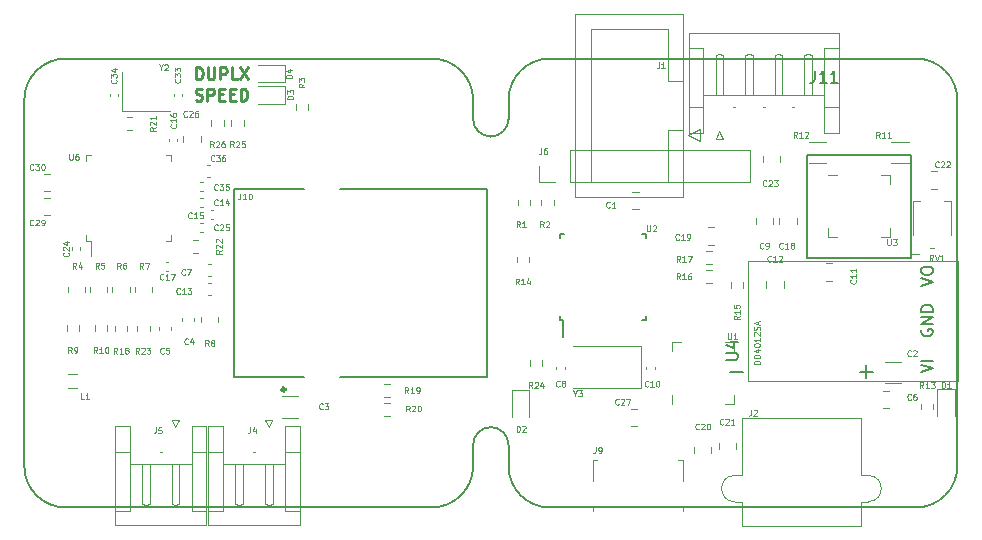
<source format=gbr>
%TF.GenerationSoftware,KiCad,Pcbnew,(6.0.1-0)*%
%TF.CreationDate,2022-02-22T17:31:54+01:00*%
%TF.ProjectId,ethersweep,65746865-7273-4776-9565-702e6b696361,2.0.1*%
%TF.SameCoordinates,Original*%
%TF.FileFunction,Legend,Top*%
%TF.FilePolarity,Positive*%
%FSLAX46Y46*%
G04 Gerber Fmt 4.6, Leading zero omitted, Abs format (unit mm)*
G04 Created by KiCad (PCBNEW (6.0.1-0)) date 2022-02-22 17:31:54*
%MOMM*%
%LPD*%
G01*
G04 APERTURE LIST*
%ADD10C,0.150000*%
%TA.AperFunction,Profile*%
%ADD11C,0.150000*%
%TD*%
%ADD12C,0.250000*%
%ADD13C,0.125000*%
%ADD14C,0.120000*%
%ADD15C,0.127000*%
%ADD16C,0.300000*%
G04 APERTURE END LIST*
D10*
X212350000Y-34820000D02*
X221150000Y-34820000D01*
X212350000Y-43620000D02*
X212350000Y-34820000D01*
X221150000Y-34820000D02*
X221150000Y-43620000D01*
X221150000Y-43620000D02*
X212350000Y-43620000D01*
D11*
X184100000Y-31800000D02*
X184100000Y-30200000D01*
X184100000Y-60700000D02*
X184100000Y-59400000D01*
X180600000Y-26700000D02*
X149600000Y-26700000D01*
X149600000Y-26700000D02*
G75*
G03*
X146100000Y-30200000I-1J-3499999D01*
G01*
X184100000Y-30200000D02*
G75*
G03*
X180600000Y-26700000I-3499999J1D01*
G01*
X180600000Y-64700000D02*
G75*
G03*
X184100000Y-61200000I1J3499999D01*
G01*
X146100000Y-30200000D02*
X146100000Y-61200000D01*
X149600000Y-64700000D02*
X180600000Y-64700000D01*
X146100000Y-61200000D02*
G75*
G03*
X149600000Y-64700000I3499999J-1D01*
G01*
X184100000Y-61200000D02*
X184100000Y-60700000D01*
X225100000Y-61200000D02*
X225100000Y-30200000D01*
X190600000Y-64700000D02*
X221600000Y-64700000D01*
X187100000Y-61200000D02*
G75*
G03*
X190600000Y-64700000I3499999J-1D01*
G01*
X221600000Y-64700000D02*
G75*
G03*
X225100000Y-61200000I1J3499999D01*
G01*
X190600000Y-26700000D02*
G75*
G03*
X187100000Y-30200000I-1J-3499999D01*
G01*
X190600000Y-26700000D02*
X221600000Y-26700000D01*
X187100000Y-30200000D02*
X187100000Y-30700000D01*
X187100000Y-61200000D02*
X187100000Y-59400000D01*
X187100000Y-31800000D02*
X187100000Y-30700000D01*
X225100000Y-30200000D02*
G75*
G03*
X221600000Y-26700000I-3499999J1D01*
G01*
X184099404Y-31800002D02*
G75*
G03*
X187100000Y-31800000I1500298J-298D01*
G01*
X187100596Y-59399998D02*
G75*
G03*
X184100000Y-59400000I-1500298J298D01*
G01*
D12*
X160633333Y-28452380D02*
X160633333Y-27452380D01*
X160871428Y-27452380D01*
X161014285Y-27500000D01*
X161109523Y-27595238D01*
X161157142Y-27690476D01*
X161204761Y-27880952D01*
X161204761Y-28023809D01*
X161157142Y-28214285D01*
X161109523Y-28309523D01*
X161014285Y-28404761D01*
X160871428Y-28452380D01*
X160633333Y-28452380D01*
X161633333Y-27452380D02*
X161633333Y-28261904D01*
X161680952Y-28357142D01*
X161728571Y-28404761D01*
X161823809Y-28452380D01*
X162014285Y-28452380D01*
X162109523Y-28404761D01*
X162157142Y-28357142D01*
X162204761Y-28261904D01*
X162204761Y-27452380D01*
X162680952Y-28452380D02*
X162680952Y-27452380D01*
X163061904Y-27452380D01*
X163157142Y-27500000D01*
X163204761Y-27547619D01*
X163252380Y-27642857D01*
X163252380Y-27785714D01*
X163204761Y-27880952D01*
X163157142Y-27928571D01*
X163061904Y-27976190D01*
X162680952Y-27976190D01*
X164157142Y-28452380D02*
X163680952Y-28452380D01*
X163680952Y-27452380D01*
X164395238Y-27452380D02*
X165061904Y-28452380D01*
X165061904Y-27452380D02*
X164395238Y-28452380D01*
X160609523Y-30204761D02*
X160752380Y-30252380D01*
X160990476Y-30252380D01*
X161085714Y-30204761D01*
X161133333Y-30157142D01*
X161180952Y-30061904D01*
X161180952Y-29966666D01*
X161133333Y-29871428D01*
X161085714Y-29823809D01*
X160990476Y-29776190D01*
X160800000Y-29728571D01*
X160704761Y-29680952D01*
X160657142Y-29633333D01*
X160609523Y-29538095D01*
X160609523Y-29442857D01*
X160657142Y-29347619D01*
X160704761Y-29300000D01*
X160800000Y-29252380D01*
X161038095Y-29252380D01*
X161180952Y-29300000D01*
X161609523Y-30252380D02*
X161609523Y-29252380D01*
X161990476Y-29252380D01*
X162085714Y-29300000D01*
X162133333Y-29347619D01*
X162180952Y-29442857D01*
X162180952Y-29585714D01*
X162133333Y-29680952D01*
X162085714Y-29728571D01*
X161990476Y-29776190D01*
X161609523Y-29776190D01*
X162609523Y-29728571D02*
X162942857Y-29728571D01*
X163085714Y-30252380D02*
X162609523Y-30252380D01*
X162609523Y-29252380D01*
X163085714Y-29252380D01*
X163514285Y-29728571D02*
X163847619Y-29728571D01*
X163990476Y-30252380D02*
X163514285Y-30252380D01*
X163514285Y-29252380D01*
X163990476Y-29252380D01*
X164419047Y-30252380D02*
X164419047Y-29252380D01*
X164657142Y-29252380D01*
X164800000Y-29300000D01*
X164895238Y-29395238D01*
X164942857Y-29490476D01*
X164990476Y-29680952D01*
X164990476Y-29823809D01*
X164942857Y-30014285D01*
X164895238Y-30109523D01*
X164800000Y-30204761D01*
X164657142Y-30252380D01*
X164419047Y-30252380D01*
D13*
X157878571Y-45378571D02*
X157854761Y-45402380D01*
X157783333Y-45426190D01*
X157735714Y-45426190D01*
X157664285Y-45402380D01*
X157616666Y-45354761D01*
X157592857Y-45307142D01*
X157569047Y-45211904D01*
X157569047Y-45140476D01*
X157592857Y-45045238D01*
X157616666Y-44997619D01*
X157664285Y-44950000D01*
X157735714Y-44926190D01*
X157783333Y-44926190D01*
X157854761Y-44950000D01*
X157878571Y-44973809D01*
X158354761Y-45426190D02*
X158069047Y-45426190D01*
X158211904Y-45426190D02*
X158211904Y-44926190D01*
X158164285Y-44997619D01*
X158116666Y-45045238D01*
X158069047Y-45069047D01*
X158521428Y-44926190D02*
X158854761Y-44926190D01*
X158640476Y-45426190D01*
X149828571Y-43121428D02*
X149852380Y-43145238D01*
X149876190Y-43216666D01*
X149876190Y-43264285D01*
X149852380Y-43335714D01*
X149804761Y-43383333D01*
X149757142Y-43407142D01*
X149661904Y-43430952D01*
X149590476Y-43430952D01*
X149495238Y-43407142D01*
X149447619Y-43383333D01*
X149400000Y-43335714D01*
X149376190Y-43264285D01*
X149376190Y-43216666D01*
X149400000Y-43145238D01*
X149423809Y-43121428D01*
X149423809Y-42930952D02*
X149400000Y-42907142D01*
X149376190Y-42859523D01*
X149376190Y-42740476D01*
X149400000Y-42692857D01*
X149423809Y-42669047D01*
X149471428Y-42645238D01*
X149519047Y-42645238D01*
X149590476Y-42669047D01*
X149876190Y-42954761D01*
X149876190Y-42645238D01*
X149542857Y-42216666D02*
X149876190Y-42216666D01*
X149352380Y-42335714D02*
X149709523Y-42454761D01*
X149709523Y-42145238D01*
X159878571Y-31578571D02*
X159854761Y-31602380D01*
X159783333Y-31626190D01*
X159735714Y-31626190D01*
X159664285Y-31602380D01*
X159616666Y-31554761D01*
X159592857Y-31507142D01*
X159569047Y-31411904D01*
X159569047Y-31340476D01*
X159592857Y-31245238D01*
X159616666Y-31197619D01*
X159664285Y-31150000D01*
X159735714Y-31126190D01*
X159783333Y-31126190D01*
X159854761Y-31150000D01*
X159878571Y-31173809D01*
X160069047Y-31173809D02*
X160092857Y-31150000D01*
X160140476Y-31126190D01*
X160259523Y-31126190D01*
X160307142Y-31150000D01*
X160330952Y-31173809D01*
X160354761Y-31221428D01*
X160354761Y-31269047D01*
X160330952Y-31340476D01*
X160045238Y-31626190D01*
X160354761Y-31626190D01*
X160783333Y-31126190D02*
X160688095Y-31126190D01*
X160640476Y-31150000D01*
X160616666Y-31173809D01*
X160569047Y-31245238D01*
X160545238Y-31340476D01*
X160545238Y-31530952D01*
X160569047Y-31578571D01*
X160592857Y-31602380D01*
X160640476Y-31626190D01*
X160735714Y-31626190D01*
X160783333Y-31602380D01*
X160807142Y-31578571D01*
X160830952Y-31530952D01*
X160830952Y-31411904D01*
X160807142Y-31364285D01*
X160783333Y-31340476D01*
X160735714Y-31316666D01*
X160640476Y-31316666D01*
X160592857Y-31340476D01*
X160569047Y-31364285D01*
X160545238Y-31411904D01*
X151166666Y-55526190D02*
X150928571Y-55526190D01*
X150928571Y-55026190D01*
X151595238Y-55526190D02*
X151309523Y-55526190D01*
X151452380Y-55526190D02*
X151452380Y-55026190D01*
X151404761Y-55097619D01*
X151357142Y-55145238D01*
X151309523Y-55169047D01*
X164395238Y-38126190D02*
X164395238Y-38483333D01*
X164371428Y-38554761D01*
X164323809Y-38602380D01*
X164252380Y-38626190D01*
X164204761Y-38626190D01*
X164895238Y-38626190D02*
X164609523Y-38626190D01*
X164752380Y-38626190D02*
X164752380Y-38126190D01*
X164704761Y-38197619D01*
X164657142Y-38245238D01*
X164609523Y-38269047D01*
X165204761Y-38126190D02*
X165252380Y-38126190D01*
X165300000Y-38150000D01*
X165323809Y-38173809D01*
X165347619Y-38221428D01*
X165371428Y-38316666D01*
X165371428Y-38435714D01*
X165347619Y-38530952D01*
X165323809Y-38578571D01*
X165300000Y-38602380D01*
X165252380Y-38626190D01*
X165204761Y-38626190D01*
X165157142Y-38602380D01*
X165133333Y-38578571D01*
X165109523Y-38530952D01*
X165085714Y-38435714D01*
X165085714Y-38316666D01*
X165109523Y-38221428D01*
X165133333Y-38173809D01*
X165157142Y-38150000D01*
X165204761Y-38126190D01*
X178628571Y-55026190D02*
X178461904Y-54788095D01*
X178342857Y-55026190D02*
X178342857Y-54526190D01*
X178533333Y-54526190D01*
X178580952Y-54550000D01*
X178604761Y-54573809D01*
X178628571Y-54621428D01*
X178628571Y-54692857D01*
X178604761Y-54740476D01*
X178580952Y-54764285D01*
X178533333Y-54788095D01*
X178342857Y-54788095D01*
X179104761Y-55026190D02*
X178819047Y-55026190D01*
X178961904Y-55026190D02*
X178961904Y-54526190D01*
X178914285Y-54597619D01*
X178866666Y-54645238D01*
X178819047Y-54669047D01*
X179342857Y-55026190D02*
X179438095Y-55026190D01*
X179485714Y-55002380D01*
X179509523Y-54978571D01*
X179557142Y-54907142D01*
X179580952Y-54811904D01*
X179580952Y-54621428D01*
X179557142Y-54573809D01*
X179533333Y-54550000D01*
X179485714Y-54526190D01*
X179390476Y-54526190D01*
X179342857Y-54550000D01*
X179319047Y-54573809D01*
X179295238Y-54621428D01*
X179295238Y-54740476D01*
X179319047Y-54788095D01*
X179342857Y-54811904D01*
X179390476Y-54835714D01*
X179485714Y-54835714D01*
X179533333Y-54811904D01*
X179557142Y-54788095D01*
X179580952Y-54740476D01*
X157661904Y-27438095D02*
X157661904Y-27676190D01*
X157495238Y-27176190D02*
X157661904Y-27438095D01*
X157828571Y-27176190D01*
X157971428Y-27223809D02*
X157995238Y-27200000D01*
X158042857Y-27176190D01*
X158161904Y-27176190D01*
X158209523Y-27200000D01*
X158233333Y-27223809D01*
X158257142Y-27271428D01*
X158257142Y-27319047D01*
X158233333Y-27390476D01*
X157947619Y-27676190D01*
X158257142Y-27676190D01*
X162178571Y-35328571D02*
X162154761Y-35352380D01*
X162083333Y-35376190D01*
X162035714Y-35376190D01*
X161964285Y-35352380D01*
X161916666Y-35304761D01*
X161892857Y-35257142D01*
X161869047Y-35161904D01*
X161869047Y-35090476D01*
X161892857Y-34995238D01*
X161916666Y-34947619D01*
X161964285Y-34900000D01*
X162035714Y-34876190D01*
X162083333Y-34876190D01*
X162154761Y-34900000D01*
X162178571Y-34923809D01*
X162345238Y-34876190D02*
X162654761Y-34876190D01*
X162488095Y-35066666D01*
X162559523Y-35066666D01*
X162607142Y-35090476D01*
X162630952Y-35114285D01*
X162654761Y-35161904D01*
X162654761Y-35280952D01*
X162630952Y-35328571D01*
X162607142Y-35352380D01*
X162559523Y-35376190D01*
X162416666Y-35376190D01*
X162369047Y-35352380D01*
X162345238Y-35328571D01*
X163083333Y-34876190D02*
X162988095Y-34876190D01*
X162940476Y-34900000D01*
X162916666Y-34923809D01*
X162869047Y-34995238D01*
X162845238Y-35090476D01*
X162845238Y-35280952D01*
X162869047Y-35328571D01*
X162892857Y-35352380D01*
X162940476Y-35376190D01*
X163035714Y-35376190D01*
X163083333Y-35352380D01*
X163107142Y-35328571D01*
X163130952Y-35280952D01*
X163130952Y-35161904D01*
X163107142Y-35114285D01*
X163083333Y-35090476D01*
X163035714Y-35066666D01*
X162940476Y-35066666D01*
X162892857Y-35090476D01*
X162869047Y-35114285D01*
X162845238Y-35161904D01*
X149919047Y-34776190D02*
X149919047Y-35180952D01*
X149942857Y-35228571D01*
X149966666Y-35252380D01*
X150014285Y-35276190D01*
X150109523Y-35276190D01*
X150157142Y-35252380D01*
X150180952Y-35228571D01*
X150204761Y-35180952D01*
X150204761Y-34776190D01*
X150657142Y-34776190D02*
X150561904Y-34776190D01*
X150514285Y-34800000D01*
X150490476Y-34823809D01*
X150442857Y-34895238D01*
X150419047Y-34990476D01*
X150419047Y-35180952D01*
X150442857Y-35228571D01*
X150466666Y-35252380D01*
X150514285Y-35276190D01*
X150609523Y-35276190D01*
X150657142Y-35252380D01*
X150680952Y-35228571D01*
X150704761Y-35180952D01*
X150704761Y-35061904D01*
X150680952Y-35014285D01*
X150657142Y-34990476D01*
X150609523Y-34966666D01*
X150514285Y-34966666D01*
X150466666Y-34990476D01*
X150442857Y-35014285D01*
X150419047Y-35061904D01*
X162478571Y-37778571D02*
X162454761Y-37802380D01*
X162383333Y-37826190D01*
X162335714Y-37826190D01*
X162264285Y-37802380D01*
X162216666Y-37754761D01*
X162192857Y-37707142D01*
X162169047Y-37611904D01*
X162169047Y-37540476D01*
X162192857Y-37445238D01*
X162216666Y-37397619D01*
X162264285Y-37350000D01*
X162335714Y-37326190D01*
X162383333Y-37326190D01*
X162454761Y-37350000D01*
X162478571Y-37373809D01*
X162645238Y-37326190D02*
X162954761Y-37326190D01*
X162788095Y-37516666D01*
X162859523Y-37516666D01*
X162907142Y-37540476D01*
X162930952Y-37564285D01*
X162954761Y-37611904D01*
X162954761Y-37730952D01*
X162930952Y-37778571D01*
X162907142Y-37802380D01*
X162859523Y-37826190D01*
X162716666Y-37826190D01*
X162669047Y-37802380D01*
X162645238Y-37778571D01*
X163407142Y-37326190D02*
X163169047Y-37326190D01*
X163145238Y-37564285D01*
X163169047Y-37540476D01*
X163216666Y-37516666D01*
X163335714Y-37516666D01*
X163383333Y-37540476D01*
X163407142Y-37564285D01*
X163430952Y-37611904D01*
X163430952Y-37730952D01*
X163407142Y-37778571D01*
X163383333Y-37802380D01*
X163335714Y-37826190D01*
X163216666Y-37826190D01*
X163169047Y-37802380D01*
X163145238Y-37778571D01*
X178728571Y-56576190D02*
X178561904Y-56338095D01*
X178442857Y-56576190D02*
X178442857Y-56076190D01*
X178633333Y-56076190D01*
X178680952Y-56100000D01*
X178704761Y-56123809D01*
X178728571Y-56171428D01*
X178728571Y-56242857D01*
X178704761Y-56290476D01*
X178680952Y-56314285D01*
X178633333Y-56338095D01*
X178442857Y-56338095D01*
X178919047Y-56123809D02*
X178942857Y-56100000D01*
X178990476Y-56076190D01*
X179109523Y-56076190D01*
X179157142Y-56100000D01*
X179180952Y-56123809D01*
X179204761Y-56171428D01*
X179204761Y-56219047D01*
X179180952Y-56290476D01*
X178895238Y-56576190D01*
X179204761Y-56576190D01*
X179514285Y-56076190D02*
X179561904Y-56076190D01*
X179609523Y-56100000D01*
X179633333Y-56123809D01*
X179657142Y-56171428D01*
X179680952Y-56266666D01*
X179680952Y-56385714D01*
X179657142Y-56480952D01*
X179633333Y-56528571D01*
X179609523Y-56552380D01*
X179561904Y-56576190D01*
X179514285Y-56576190D01*
X179466666Y-56552380D01*
X179442857Y-56528571D01*
X179419047Y-56480952D01*
X179395238Y-56385714D01*
X179395238Y-56266666D01*
X179419047Y-56171428D01*
X179442857Y-56123809D01*
X179466666Y-56100000D01*
X179514285Y-56076190D01*
X153878571Y-28471428D02*
X153902380Y-28495238D01*
X153926190Y-28566666D01*
X153926190Y-28614285D01*
X153902380Y-28685714D01*
X153854761Y-28733333D01*
X153807142Y-28757142D01*
X153711904Y-28780952D01*
X153640476Y-28780952D01*
X153545238Y-28757142D01*
X153497619Y-28733333D01*
X153450000Y-28685714D01*
X153426190Y-28614285D01*
X153426190Y-28566666D01*
X153450000Y-28495238D01*
X153473809Y-28471428D01*
X153426190Y-28304761D02*
X153426190Y-27995238D01*
X153616666Y-28161904D01*
X153616666Y-28090476D01*
X153640476Y-28042857D01*
X153664285Y-28019047D01*
X153711904Y-27995238D01*
X153830952Y-27995238D01*
X153878571Y-28019047D01*
X153902380Y-28042857D01*
X153926190Y-28090476D01*
X153926190Y-28233333D01*
X153902380Y-28280952D01*
X153878571Y-28304761D01*
X153592857Y-27566666D02*
X153926190Y-27566666D01*
X153402380Y-27685714D02*
X153759523Y-27804761D01*
X153759523Y-27495238D01*
X159278571Y-28421428D02*
X159302380Y-28445238D01*
X159326190Y-28516666D01*
X159326190Y-28564285D01*
X159302380Y-28635714D01*
X159254761Y-28683333D01*
X159207142Y-28707142D01*
X159111904Y-28730952D01*
X159040476Y-28730952D01*
X158945238Y-28707142D01*
X158897619Y-28683333D01*
X158850000Y-28635714D01*
X158826190Y-28564285D01*
X158826190Y-28516666D01*
X158850000Y-28445238D01*
X158873809Y-28421428D01*
X158826190Y-28254761D02*
X158826190Y-27945238D01*
X159016666Y-28111904D01*
X159016666Y-28040476D01*
X159040476Y-27992857D01*
X159064285Y-27969047D01*
X159111904Y-27945238D01*
X159230952Y-27945238D01*
X159278571Y-27969047D01*
X159302380Y-27992857D01*
X159326190Y-28040476D01*
X159326190Y-28183333D01*
X159302380Y-28230952D01*
X159278571Y-28254761D01*
X158826190Y-27778571D02*
X158826190Y-27469047D01*
X159016666Y-27635714D01*
X159016666Y-27564285D01*
X159040476Y-27516666D01*
X159064285Y-27492857D01*
X159111904Y-27469047D01*
X159230952Y-27469047D01*
X159278571Y-27492857D01*
X159302380Y-27516666D01*
X159326190Y-27564285D01*
X159326190Y-27707142D01*
X159302380Y-27754761D01*
X159278571Y-27778571D01*
X157233333Y-57926190D02*
X157233333Y-58283333D01*
X157209523Y-58354761D01*
X157161904Y-58402380D01*
X157090476Y-58426190D01*
X157042857Y-58426190D01*
X157709523Y-57926190D02*
X157471428Y-57926190D01*
X157447619Y-58164285D01*
X157471428Y-58140476D01*
X157519047Y-58116666D01*
X157638095Y-58116666D01*
X157685714Y-58140476D01*
X157709523Y-58164285D01*
X157733333Y-58211904D01*
X157733333Y-58330952D01*
X157709523Y-58378571D01*
X157685714Y-58402380D01*
X157638095Y-58426190D01*
X157519047Y-58426190D01*
X157471428Y-58402380D01*
X157447619Y-58378571D01*
X165233333Y-57926190D02*
X165233333Y-58283333D01*
X165209523Y-58354761D01*
X165161904Y-58402380D01*
X165090476Y-58426190D01*
X165042857Y-58426190D01*
X165685714Y-58092857D02*
X165685714Y-58426190D01*
X165566666Y-57902380D02*
X165447619Y-58259523D01*
X165757142Y-58259523D01*
X169826190Y-28833333D02*
X169588095Y-29000000D01*
X169826190Y-29119047D02*
X169326190Y-29119047D01*
X169326190Y-28928571D01*
X169350000Y-28880952D01*
X169373809Y-28857142D01*
X169421428Y-28833333D01*
X169492857Y-28833333D01*
X169540476Y-28857142D01*
X169564285Y-28880952D01*
X169588095Y-28928571D01*
X169588095Y-29119047D01*
X169326190Y-28666666D02*
X169326190Y-28357142D01*
X169516666Y-28523809D01*
X169516666Y-28452380D01*
X169540476Y-28404761D01*
X169564285Y-28380952D01*
X169611904Y-28357142D01*
X169730952Y-28357142D01*
X169778571Y-28380952D01*
X169802380Y-28404761D01*
X169826190Y-28452380D01*
X169826190Y-28595238D01*
X169802380Y-28642857D01*
X169778571Y-28666666D01*
X146878571Y-36078571D02*
X146854761Y-36102380D01*
X146783333Y-36126190D01*
X146735714Y-36126190D01*
X146664285Y-36102380D01*
X146616666Y-36054761D01*
X146592857Y-36007142D01*
X146569047Y-35911904D01*
X146569047Y-35840476D01*
X146592857Y-35745238D01*
X146616666Y-35697619D01*
X146664285Y-35650000D01*
X146735714Y-35626190D01*
X146783333Y-35626190D01*
X146854761Y-35650000D01*
X146878571Y-35673809D01*
X147045238Y-35626190D02*
X147354761Y-35626190D01*
X147188095Y-35816666D01*
X147259523Y-35816666D01*
X147307142Y-35840476D01*
X147330952Y-35864285D01*
X147354761Y-35911904D01*
X147354761Y-36030952D01*
X147330952Y-36078571D01*
X147307142Y-36102380D01*
X147259523Y-36126190D01*
X147116666Y-36126190D01*
X147069047Y-36102380D01*
X147045238Y-36078571D01*
X147664285Y-35626190D02*
X147711904Y-35626190D01*
X147759523Y-35650000D01*
X147783333Y-35673809D01*
X147807142Y-35721428D01*
X147830952Y-35816666D01*
X147830952Y-35935714D01*
X147807142Y-36030952D01*
X147783333Y-36078571D01*
X147759523Y-36102380D01*
X147711904Y-36126190D01*
X147664285Y-36126190D01*
X147616666Y-36102380D01*
X147592857Y-36078571D01*
X147569047Y-36030952D01*
X147545238Y-35935714D01*
X147545238Y-35816666D01*
X147569047Y-35721428D01*
X147592857Y-35673809D01*
X147616666Y-35650000D01*
X147664285Y-35626190D01*
X158928571Y-32271428D02*
X158952380Y-32295238D01*
X158976190Y-32366666D01*
X158976190Y-32414285D01*
X158952380Y-32485714D01*
X158904761Y-32533333D01*
X158857142Y-32557142D01*
X158761904Y-32580952D01*
X158690476Y-32580952D01*
X158595238Y-32557142D01*
X158547619Y-32533333D01*
X158500000Y-32485714D01*
X158476190Y-32414285D01*
X158476190Y-32366666D01*
X158500000Y-32295238D01*
X158523809Y-32271428D01*
X158976190Y-31795238D02*
X158976190Y-32080952D01*
X158976190Y-31938095D02*
X158476190Y-31938095D01*
X158547619Y-31985714D01*
X158595238Y-32033333D01*
X158619047Y-32080952D01*
X158476190Y-31366666D02*
X158476190Y-31461904D01*
X158500000Y-31509523D01*
X158523809Y-31533333D01*
X158595238Y-31580952D01*
X158690476Y-31604761D01*
X158880952Y-31604761D01*
X158928571Y-31580952D01*
X158952380Y-31557142D01*
X158976190Y-31509523D01*
X158976190Y-31414285D01*
X158952380Y-31366666D01*
X158928571Y-31342857D01*
X158880952Y-31319047D01*
X158761904Y-31319047D01*
X158714285Y-31342857D01*
X158690476Y-31366666D01*
X158666666Y-31414285D01*
X158666666Y-31509523D01*
X158690476Y-31557142D01*
X158714285Y-31580952D01*
X158761904Y-31604761D01*
X160278571Y-40178571D02*
X160254761Y-40202380D01*
X160183333Y-40226190D01*
X160135714Y-40226190D01*
X160064285Y-40202380D01*
X160016666Y-40154761D01*
X159992857Y-40107142D01*
X159969047Y-40011904D01*
X159969047Y-39940476D01*
X159992857Y-39845238D01*
X160016666Y-39797619D01*
X160064285Y-39750000D01*
X160135714Y-39726190D01*
X160183333Y-39726190D01*
X160254761Y-39750000D01*
X160278571Y-39773809D01*
X160754761Y-40226190D02*
X160469047Y-40226190D01*
X160611904Y-40226190D02*
X160611904Y-39726190D01*
X160564285Y-39797619D01*
X160516666Y-39845238D01*
X160469047Y-39869047D01*
X161207142Y-39726190D02*
X160969047Y-39726190D01*
X160945238Y-39964285D01*
X160969047Y-39940476D01*
X161016666Y-39916666D01*
X161135714Y-39916666D01*
X161183333Y-39940476D01*
X161207142Y-39964285D01*
X161230952Y-40011904D01*
X161230952Y-40130952D01*
X161207142Y-40178571D01*
X161183333Y-40202380D01*
X161135714Y-40226190D01*
X161016666Y-40226190D01*
X160969047Y-40202380D01*
X160945238Y-40178571D01*
X162478571Y-39078571D02*
X162454761Y-39102380D01*
X162383333Y-39126190D01*
X162335714Y-39126190D01*
X162264285Y-39102380D01*
X162216666Y-39054761D01*
X162192857Y-39007142D01*
X162169047Y-38911904D01*
X162169047Y-38840476D01*
X162192857Y-38745238D01*
X162216666Y-38697619D01*
X162264285Y-38650000D01*
X162335714Y-38626190D01*
X162383333Y-38626190D01*
X162454761Y-38650000D01*
X162478571Y-38673809D01*
X162954761Y-39126190D02*
X162669047Y-39126190D01*
X162811904Y-39126190D02*
X162811904Y-38626190D01*
X162764285Y-38697619D01*
X162716666Y-38745238D01*
X162669047Y-38769047D01*
X163383333Y-38792857D02*
X163383333Y-39126190D01*
X163264285Y-38602380D02*
X163145238Y-38959523D01*
X163454761Y-38959523D01*
X155828571Y-51676190D02*
X155661904Y-51438095D01*
X155542857Y-51676190D02*
X155542857Y-51176190D01*
X155733333Y-51176190D01*
X155780952Y-51200000D01*
X155804761Y-51223809D01*
X155828571Y-51271428D01*
X155828571Y-51342857D01*
X155804761Y-51390476D01*
X155780952Y-51414285D01*
X155733333Y-51438095D01*
X155542857Y-51438095D01*
X156019047Y-51223809D02*
X156042857Y-51200000D01*
X156090476Y-51176190D01*
X156209523Y-51176190D01*
X156257142Y-51200000D01*
X156280952Y-51223809D01*
X156304761Y-51271428D01*
X156304761Y-51319047D01*
X156280952Y-51390476D01*
X155995238Y-51676190D01*
X156304761Y-51676190D01*
X156471428Y-51176190D02*
X156780952Y-51176190D01*
X156614285Y-51366666D01*
X156685714Y-51366666D01*
X156733333Y-51390476D01*
X156757142Y-51414285D01*
X156780952Y-51461904D01*
X156780952Y-51580952D01*
X156757142Y-51628571D01*
X156733333Y-51652380D01*
X156685714Y-51676190D01*
X156542857Y-51676190D01*
X156495238Y-51652380D01*
X156471428Y-51628571D01*
X156166666Y-44476190D02*
X156000000Y-44238095D01*
X155880952Y-44476190D02*
X155880952Y-43976190D01*
X156071428Y-43976190D01*
X156119047Y-44000000D01*
X156142857Y-44023809D01*
X156166666Y-44071428D01*
X156166666Y-44142857D01*
X156142857Y-44190476D01*
X156119047Y-44214285D01*
X156071428Y-44238095D01*
X155880952Y-44238095D01*
X156333333Y-43976190D02*
X156666666Y-43976190D01*
X156452380Y-44476190D01*
X154266666Y-44476190D02*
X154100000Y-44238095D01*
X153980952Y-44476190D02*
X153980952Y-43976190D01*
X154171428Y-43976190D01*
X154219047Y-44000000D01*
X154242857Y-44023809D01*
X154266666Y-44071428D01*
X154266666Y-44142857D01*
X154242857Y-44190476D01*
X154219047Y-44214285D01*
X154171428Y-44238095D01*
X153980952Y-44238095D01*
X154695238Y-43976190D02*
X154600000Y-43976190D01*
X154552380Y-44000000D01*
X154528571Y-44023809D01*
X154480952Y-44095238D01*
X154457142Y-44190476D01*
X154457142Y-44380952D01*
X154480952Y-44428571D01*
X154504761Y-44452380D01*
X154552380Y-44476190D01*
X154647619Y-44476190D01*
X154695238Y-44452380D01*
X154719047Y-44428571D01*
X154742857Y-44380952D01*
X154742857Y-44261904D01*
X154719047Y-44214285D01*
X154695238Y-44190476D01*
X154647619Y-44166666D01*
X154552380Y-44166666D01*
X154504761Y-44190476D01*
X154480952Y-44214285D01*
X154457142Y-44261904D01*
X152416666Y-44476190D02*
X152250000Y-44238095D01*
X152130952Y-44476190D02*
X152130952Y-43976190D01*
X152321428Y-43976190D01*
X152369047Y-44000000D01*
X152392857Y-44023809D01*
X152416666Y-44071428D01*
X152416666Y-44142857D01*
X152392857Y-44190476D01*
X152369047Y-44214285D01*
X152321428Y-44238095D01*
X152130952Y-44238095D01*
X152869047Y-43976190D02*
X152630952Y-43976190D01*
X152607142Y-44214285D01*
X152630952Y-44190476D01*
X152678571Y-44166666D01*
X152797619Y-44166666D01*
X152845238Y-44190476D01*
X152869047Y-44214285D01*
X152892857Y-44261904D01*
X152892857Y-44380952D01*
X152869047Y-44428571D01*
X152845238Y-44452380D01*
X152797619Y-44476190D01*
X152678571Y-44476190D01*
X152630952Y-44452380D01*
X152607142Y-44428571D01*
X150516666Y-44476190D02*
X150350000Y-44238095D01*
X150230952Y-44476190D02*
X150230952Y-43976190D01*
X150421428Y-43976190D01*
X150469047Y-44000000D01*
X150492857Y-44023809D01*
X150516666Y-44071428D01*
X150516666Y-44142857D01*
X150492857Y-44190476D01*
X150469047Y-44214285D01*
X150421428Y-44238095D01*
X150230952Y-44238095D01*
X150945238Y-44142857D02*
X150945238Y-44476190D01*
X150826190Y-43952380D02*
X150707142Y-44309523D01*
X151016666Y-44309523D01*
X157916666Y-51628571D02*
X157892857Y-51652380D01*
X157821428Y-51676190D01*
X157773809Y-51676190D01*
X157702380Y-51652380D01*
X157654761Y-51604761D01*
X157630952Y-51557142D01*
X157607142Y-51461904D01*
X157607142Y-51390476D01*
X157630952Y-51295238D01*
X157654761Y-51247619D01*
X157702380Y-51200000D01*
X157773809Y-51176190D01*
X157821428Y-51176190D01*
X157892857Y-51200000D01*
X157916666Y-51223809D01*
X158369047Y-51176190D02*
X158130952Y-51176190D01*
X158107142Y-51414285D01*
X158130952Y-51390476D01*
X158178571Y-51366666D01*
X158297619Y-51366666D01*
X158345238Y-51390476D01*
X158369047Y-51414285D01*
X158392857Y-51461904D01*
X158392857Y-51580952D01*
X158369047Y-51628571D01*
X158345238Y-51652380D01*
X158297619Y-51676190D01*
X158178571Y-51676190D01*
X158130952Y-51652380D01*
X158107142Y-51628571D01*
X162478571Y-41178571D02*
X162454761Y-41202380D01*
X162383333Y-41226190D01*
X162335714Y-41226190D01*
X162264285Y-41202380D01*
X162216666Y-41154761D01*
X162192857Y-41107142D01*
X162169047Y-41011904D01*
X162169047Y-40940476D01*
X162192857Y-40845238D01*
X162216666Y-40797619D01*
X162264285Y-40750000D01*
X162335714Y-40726190D01*
X162383333Y-40726190D01*
X162454761Y-40750000D01*
X162478571Y-40773809D01*
X162669047Y-40773809D02*
X162692857Y-40750000D01*
X162740476Y-40726190D01*
X162859523Y-40726190D01*
X162907142Y-40750000D01*
X162930952Y-40773809D01*
X162954761Y-40821428D01*
X162954761Y-40869047D01*
X162930952Y-40940476D01*
X162645238Y-41226190D01*
X162954761Y-41226190D01*
X163407142Y-40726190D02*
X163169047Y-40726190D01*
X163145238Y-40964285D01*
X163169047Y-40940476D01*
X163216666Y-40916666D01*
X163335714Y-40916666D01*
X163383333Y-40940476D01*
X163407142Y-40964285D01*
X163430952Y-41011904D01*
X163430952Y-41130952D01*
X163407142Y-41178571D01*
X163383333Y-41202380D01*
X163335714Y-41226190D01*
X163216666Y-41226190D01*
X163169047Y-41202380D01*
X163145238Y-41178571D01*
X159716666Y-44978571D02*
X159692857Y-45002380D01*
X159621428Y-45026190D01*
X159573809Y-45026190D01*
X159502380Y-45002380D01*
X159454761Y-44954761D01*
X159430952Y-44907142D01*
X159407142Y-44811904D01*
X159407142Y-44740476D01*
X159430952Y-44645238D01*
X159454761Y-44597619D01*
X159502380Y-44550000D01*
X159573809Y-44526190D01*
X159621428Y-44526190D01*
X159692857Y-44550000D01*
X159716666Y-44573809D01*
X159883333Y-44526190D02*
X160216666Y-44526190D01*
X160002380Y-45026190D01*
X159278571Y-46578571D02*
X159254761Y-46602380D01*
X159183333Y-46626190D01*
X159135714Y-46626190D01*
X159064285Y-46602380D01*
X159016666Y-46554761D01*
X158992857Y-46507142D01*
X158969047Y-46411904D01*
X158969047Y-46340476D01*
X158992857Y-46245238D01*
X159016666Y-46197619D01*
X159064285Y-46150000D01*
X159135714Y-46126190D01*
X159183333Y-46126190D01*
X159254761Y-46150000D01*
X159278571Y-46173809D01*
X159754761Y-46626190D02*
X159469047Y-46626190D01*
X159611904Y-46626190D02*
X159611904Y-46126190D01*
X159564285Y-46197619D01*
X159516666Y-46245238D01*
X159469047Y-46269047D01*
X159921428Y-46126190D02*
X160230952Y-46126190D01*
X160064285Y-46316666D01*
X160135714Y-46316666D01*
X160183333Y-46340476D01*
X160207142Y-46364285D01*
X160230952Y-46411904D01*
X160230952Y-46530952D01*
X160207142Y-46578571D01*
X160183333Y-46602380D01*
X160135714Y-46626190D01*
X159992857Y-46626190D01*
X159945238Y-46602380D01*
X159921428Y-46578571D01*
X146878571Y-40778571D02*
X146854761Y-40802380D01*
X146783333Y-40826190D01*
X146735714Y-40826190D01*
X146664285Y-40802380D01*
X146616666Y-40754761D01*
X146592857Y-40707142D01*
X146569047Y-40611904D01*
X146569047Y-40540476D01*
X146592857Y-40445238D01*
X146616666Y-40397619D01*
X146664285Y-40350000D01*
X146735714Y-40326190D01*
X146783333Y-40326190D01*
X146854761Y-40350000D01*
X146878571Y-40373809D01*
X147069047Y-40373809D02*
X147092857Y-40350000D01*
X147140476Y-40326190D01*
X147259523Y-40326190D01*
X147307142Y-40350000D01*
X147330952Y-40373809D01*
X147354761Y-40421428D01*
X147354761Y-40469047D01*
X147330952Y-40540476D01*
X147045238Y-40826190D01*
X147354761Y-40826190D01*
X147592857Y-40826190D02*
X147688095Y-40826190D01*
X147735714Y-40802380D01*
X147759523Y-40778571D01*
X147807142Y-40707142D01*
X147830952Y-40611904D01*
X147830952Y-40421428D01*
X147807142Y-40373809D01*
X147783333Y-40350000D01*
X147735714Y-40326190D01*
X147640476Y-40326190D01*
X147592857Y-40350000D01*
X147569047Y-40373809D01*
X147545238Y-40421428D01*
X147545238Y-40540476D01*
X147569047Y-40588095D01*
X147592857Y-40611904D01*
X147640476Y-40635714D01*
X147735714Y-40635714D01*
X147783333Y-40611904D01*
X147807142Y-40588095D01*
X147830952Y-40540476D01*
X171366666Y-56348571D02*
X171342857Y-56372380D01*
X171271428Y-56396190D01*
X171223809Y-56396190D01*
X171152380Y-56372380D01*
X171104761Y-56324761D01*
X171080952Y-56277142D01*
X171057142Y-56181904D01*
X171057142Y-56110476D01*
X171080952Y-56015238D01*
X171104761Y-55967619D01*
X171152380Y-55920000D01*
X171223809Y-55896190D01*
X171271428Y-55896190D01*
X171342857Y-55920000D01*
X171366666Y-55943809D01*
X171533333Y-55896190D02*
X171842857Y-55896190D01*
X171676190Y-56086666D01*
X171747619Y-56086666D01*
X171795238Y-56110476D01*
X171819047Y-56134285D01*
X171842857Y-56181904D01*
X171842857Y-56300952D01*
X171819047Y-56348571D01*
X171795238Y-56372380D01*
X171747619Y-56396190D01*
X171604761Y-56396190D01*
X171557142Y-56372380D01*
X171533333Y-56348571D01*
X159966666Y-50848571D02*
X159942857Y-50872380D01*
X159871428Y-50896190D01*
X159823809Y-50896190D01*
X159752380Y-50872380D01*
X159704761Y-50824761D01*
X159680952Y-50777142D01*
X159657142Y-50681904D01*
X159657142Y-50610476D01*
X159680952Y-50515238D01*
X159704761Y-50467619D01*
X159752380Y-50420000D01*
X159823809Y-50396190D01*
X159871428Y-50396190D01*
X159942857Y-50420000D01*
X159966666Y-50443809D01*
X160395238Y-50562857D02*
X160395238Y-50896190D01*
X160276190Y-50372380D02*
X160157142Y-50729523D01*
X160466666Y-50729523D01*
X221166666Y-51848571D02*
X221142857Y-51872380D01*
X221071428Y-51896190D01*
X221023809Y-51896190D01*
X220952380Y-51872380D01*
X220904761Y-51824761D01*
X220880952Y-51777142D01*
X220857142Y-51681904D01*
X220857142Y-51610476D01*
X220880952Y-51515238D01*
X220904761Y-51467619D01*
X220952380Y-51420000D01*
X221023809Y-51396190D01*
X221071428Y-51396190D01*
X221142857Y-51420000D01*
X221166666Y-51443809D01*
X221357142Y-51443809D02*
X221380952Y-51420000D01*
X221428571Y-51396190D01*
X221547619Y-51396190D01*
X221595238Y-51420000D01*
X221619047Y-51443809D01*
X221642857Y-51491428D01*
X221642857Y-51539047D01*
X221619047Y-51610476D01*
X221333333Y-51896190D01*
X221642857Y-51896190D01*
X221166666Y-55548571D02*
X221142857Y-55572380D01*
X221071428Y-55596190D01*
X221023809Y-55596190D01*
X220952380Y-55572380D01*
X220904761Y-55524761D01*
X220880952Y-55477142D01*
X220857142Y-55381904D01*
X220857142Y-55310476D01*
X220880952Y-55215238D01*
X220904761Y-55167619D01*
X220952380Y-55120000D01*
X221023809Y-55096190D01*
X221071428Y-55096190D01*
X221142857Y-55120000D01*
X221166666Y-55143809D01*
X221595238Y-55096190D02*
X221500000Y-55096190D01*
X221452380Y-55120000D01*
X221428571Y-55143809D01*
X221380952Y-55215238D01*
X221357142Y-55310476D01*
X221357142Y-55500952D01*
X221380952Y-55548571D01*
X221404761Y-55572380D01*
X221452380Y-55596190D01*
X221547619Y-55596190D01*
X221595238Y-55572380D01*
X221619047Y-55548571D01*
X221642857Y-55500952D01*
X221642857Y-55381904D01*
X221619047Y-55334285D01*
X221595238Y-55310476D01*
X221547619Y-55286666D01*
X221452380Y-55286666D01*
X221404761Y-55310476D01*
X221380952Y-55334285D01*
X221357142Y-55381904D01*
X201628571Y-45376190D02*
X201461904Y-45138095D01*
X201342857Y-45376190D02*
X201342857Y-44876190D01*
X201533333Y-44876190D01*
X201580952Y-44900000D01*
X201604761Y-44923809D01*
X201628571Y-44971428D01*
X201628571Y-45042857D01*
X201604761Y-45090476D01*
X201580952Y-45114285D01*
X201533333Y-45138095D01*
X201342857Y-45138095D01*
X202104761Y-45376190D02*
X201819047Y-45376190D01*
X201961904Y-45376190D02*
X201961904Y-44876190D01*
X201914285Y-44947619D01*
X201866666Y-44995238D01*
X201819047Y-45019047D01*
X202533333Y-44876190D02*
X202438095Y-44876190D01*
X202390476Y-44900000D01*
X202366666Y-44923809D01*
X202319047Y-44995238D01*
X202295238Y-45090476D01*
X202295238Y-45280952D01*
X202319047Y-45328571D01*
X202342857Y-45352380D01*
X202390476Y-45376190D01*
X202485714Y-45376190D01*
X202533333Y-45352380D01*
X202557142Y-45328571D01*
X202580952Y-45280952D01*
X202580952Y-45161904D01*
X202557142Y-45114285D01*
X202533333Y-45090476D01*
X202485714Y-45066666D01*
X202390476Y-45066666D01*
X202342857Y-45090476D01*
X202319047Y-45114285D01*
X202295238Y-45161904D01*
X201628571Y-43896190D02*
X201461904Y-43658095D01*
X201342857Y-43896190D02*
X201342857Y-43396190D01*
X201533333Y-43396190D01*
X201580952Y-43420000D01*
X201604761Y-43443809D01*
X201628571Y-43491428D01*
X201628571Y-43562857D01*
X201604761Y-43610476D01*
X201580952Y-43634285D01*
X201533333Y-43658095D01*
X201342857Y-43658095D01*
X202104761Y-43896190D02*
X201819047Y-43896190D01*
X201961904Y-43896190D02*
X201961904Y-43396190D01*
X201914285Y-43467619D01*
X201866666Y-43515238D01*
X201819047Y-43539047D01*
X202271428Y-43396190D02*
X202604761Y-43396190D01*
X202390476Y-43896190D01*
X198819047Y-40826190D02*
X198819047Y-41230952D01*
X198842857Y-41278571D01*
X198866666Y-41302380D01*
X198914285Y-41326190D01*
X199009523Y-41326190D01*
X199057142Y-41302380D01*
X199080952Y-41278571D01*
X199104761Y-41230952D01*
X199104761Y-40826190D01*
X199319047Y-40873809D02*
X199342857Y-40850000D01*
X199390476Y-40826190D01*
X199509523Y-40826190D01*
X199557142Y-40850000D01*
X199580952Y-40873809D01*
X199604761Y-40921428D01*
X199604761Y-40969047D01*
X199580952Y-41040476D01*
X199295238Y-41326190D01*
X199604761Y-41326190D01*
X209328571Y-43848571D02*
X209304761Y-43872380D01*
X209233333Y-43896190D01*
X209185714Y-43896190D01*
X209114285Y-43872380D01*
X209066666Y-43824761D01*
X209042857Y-43777142D01*
X209019047Y-43681904D01*
X209019047Y-43610476D01*
X209042857Y-43515238D01*
X209066666Y-43467619D01*
X209114285Y-43420000D01*
X209185714Y-43396190D01*
X209233333Y-43396190D01*
X209304761Y-43420000D01*
X209328571Y-43443809D01*
X209804761Y-43896190D02*
X209519047Y-43896190D01*
X209661904Y-43896190D02*
X209661904Y-43396190D01*
X209614285Y-43467619D01*
X209566666Y-43515238D01*
X209519047Y-43539047D01*
X209995238Y-43443809D02*
X210019047Y-43420000D01*
X210066666Y-43396190D01*
X210185714Y-43396190D01*
X210233333Y-43420000D01*
X210257142Y-43443809D01*
X210280952Y-43491428D01*
X210280952Y-43539047D01*
X210257142Y-43610476D01*
X209971428Y-43896190D01*
X210280952Y-43896190D01*
X191416666Y-54428571D02*
X191392857Y-54452380D01*
X191321428Y-54476190D01*
X191273809Y-54476190D01*
X191202380Y-54452380D01*
X191154761Y-54404761D01*
X191130952Y-54357142D01*
X191107142Y-54261904D01*
X191107142Y-54190476D01*
X191130952Y-54095238D01*
X191154761Y-54047619D01*
X191202380Y-54000000D01*
X191273809Y-53976190D01*
X191321428Y-53976190D01*
X191392857Y-54000000D01*
X191416666Y-54023809D01*
X191702380Y-54190476D02*
X191654761Y-54166666D01*
X191630952Y-54142857D01*
X191607142Y-54095238D01*
X191607142Y-54071428D01*
X191630952Y-54023809D01*
X191654761Y-54000000D01*
X191702380Y-53976190D01*
X191797619Y-53976190D01*
X191845238Y-54000000D01*
X191869047Y-54023809D01*
X191892857Y-54071428D01*
X191892857Y-54095238D01*
X191869047Y-54142857D01*
X191845238Y-54166666D01*
X191797619Y-54190476D01*
X191702380Y-54190476D01*
X191654761Y-54214285D01*
X191630952Y-54238095D01*
X191607142Y-54285714D01*
X191607142Y-54380952D01*
X191630952Y-54428571D01*
X191654761Y-54452380D01*
X191702380Y-54476190D01*
X191797619Y-54476190D01*
X191845238Y-54452380D01*
X191869047Y-54428571D01*
X191892857Y-54380952D01*
X191892857Y-54285714D01*
X191869047Y-54238095D01*
X191845238Y-54214285D01*
X191797619Y-54190476D01*
X195666666Y-39278571D02*
X195642857Y-39302380D01*
X195571428Y-39326190D01*
X195523809Y-39326190D01*
X195452380Y-39302380D01*
X195404761Y-39254761D01*
X195380952Y-39207142D01*
X195357142Y-39111904D01*
X195357142Y-39040476D01*
X195380952Y-38945238D01*
X195404761Y-38897619D01*
X195452380Y-38850000D01*
X195523809Y-38826190D01*
X195571428Y-38826190D01*
X195642857Y-38850000D01*
X195666666Y-38873809D01*
X196142857Y-39326190D02*
X195857142Y-39326190D01*
X196000000Y-39326190D02*
X196000000Y-38826190D01*
X195952380Y-38897619D01*
X195904761Y-38945238D01*
X195857142Y-38969047D01*
X198928571Y-54428571D02*
X198904761Y-54452380D01*
X198833333Y-54476190D01*
X198785714Y-54476190D01*
X198714285Y-54452380D01*
X198666666Y-54404761D01*
X198642857Y-54357142D01*
X198619047Y-54261904D01*
X198619047Y-54190476D01*
X198642857Y-54095238D01*
X198666666Y-54047619D01*
X198714285Y-54000000D01*
X198785714Y-53976190D01*
X198833333Y-53976190D01*
X198904761Y-54000000D01*
X198928571Y-54023809D01*
X199404761Y-54476190D02*
X199119047Y-54476190D01*
X199261904Y-54476190D02*
X199261904Y-53976190D01*
X199214285Y-54047619D01*
X199166666Y-54095238D01*
X199119047Y-54119047D01*
X199714285Y-53976190D02*
X199761904Y-53976190D01*
X199809523Y-54000000D01*
X199833333Y-54023809D01*
X199857142Y-54071428D01*
X199880952Y-54166666D01*
X199880952Y-54285714D01*
X199857142Y-54380952D01*
X199833333Y-54428571D01*
X199809523Y-54452380D01*
X199761904Y-54476190D01*
X199714285Y-54476190D01*
X199666666Y-54452380D01*
X199642857Y-54428571D01*
X199619047Y-54380952D01*
X199595238Y-54285714D01*
X199595238Y-54166666D01*
X199619047Y-54071428D01*
X199642857Y-54023809D01*
X199666666Y-54000000D01*
X199714285Y-53976190D01*
X199833333Y-27026190D02*
X199833333Y-27383333D01*
X199809523Y-27454761D01*
X199761904Y-27502380D01*
X199690476Y-27526190D01*
X199642857Y-27526190D01*
X200333333Y-27526190D02*
X200047619Y-27526190D01*
X200190476Y-27526190D02*
X200190476Y-27026190D01*
X200142857Y-27097619D01*
X200095238Y-27145238D01*
X200047619Y-27169047D01*
X189883333Y-34276190D02*
X189883333Y-34633333D01*
X189859523Y-34704761D01*
X189811904Y-34752380D01*
X189740476Y-34776190D01*
X189692857Y-34776190D01*
X190335714Y-34276190D02*
X190240476Y-34276190D01*
X190192857Y-34300000D01*
X190169047Y-34323809D01*
X190121428Y-34395238D01*
X190097619Y-34490476D01*
X190097619Y-34680952D01*
X190121428Y-34728571D01*
X190145238Y-34752380D01*
X190192857Y-34776190D01*
X190288095Y-34776190D01*
X190335714Y-34752380D01*
X190359523Y-34728571D01*
X190383333Y-34680952D01*
X190383333Y-34561904D01*
X190359523Y-34514285D01*
X190335714Y-34490476D01*
X190288095Y-34466666D01*
X190192857Y-34466666D01*
X190145238Y-34490476D01*
X190121428Y-34514285D01*
X190097619Y-34561904D01*
X192711904Y-55058095D02*
X192711904Y-55296190D01*
X192545238Y-54796190D02*
X192711904Y-55058095D01*
X192878571Y-54796190D01*
X192997619Y-54796190D02*
X193307142Y-54796190D01*
X193140476Y-54986666D01*
X193211904Y-54986666D01*
X193259523Y-55010476D01*
X193283333Y-55034285D01*
X193307142Y-55081904D01*
X193307142Y-55200952D01*
X193283333Y-55248571D01*
X193259523Y-55272380D01*
X193211904Y-55296190D01*
X193069047Y-55296190D01*
X193021428Y-55272380D01*
X192997619Y-55248571D01*
X190066666Y-40976190D02*
X189900000Y-40738095D01*
X189780952Y-40976190D02*
X189780952Y-40476190D01*
X189971428Y-40476190D01*
X190019047Y-40500000D01*
X190042857Y-40523809D01*
X190066666Y-40571428D01*
X190066666Y-40642857D01*
X190042857Y-40690476D01*
X190019047Y-40714285D01*
X189971428Y-40738095D01*
X189780952Y-40738095D01*
X190257142Y-40523809D02*
X190280952Y-40500000D01*
X190328571Y-40476190D01*
X190447619Y-40476190D01*
X190495238Y-40500000D01*
X190519047Y-40523809D01*
X190542857Y-40571428D01*
X190542857Y-40619047D01*
X190519047Y-40690476D01*
X190233333Y-40976190D01*
X190542857Y-40976190D01*
X188066666Y-40976190D02*
X187900000Y-40738095D01*
X187780952Y-40976190D02*
X187780952Y-40476190D01*
X187971428Y-40476190D01*
X188019047Y-40500000D01*
X188042857Y-40523809D01*
X188066666Y-40571428D01*
X188066666Y-40642857D01*
X188042857Y-40690476D01*
X188019047Y-40714285D01*
X187971428Y-40738095D01*
X187780952Y-40738095D01*
X188542857Y-40976190D02*
X188257142Y-40976190D01*
X188400000Y-40976190D02*
X188400000Y-40476190D01*
X188352380Y-40547619D01*
X188304761Y-40595238D01*
X188257142Y-40619047D01*
X206676190Y-48491428D02*
X206438095Y-48658095D01*
X206676190Y-48777142D02*
X206176190Y-48777142D01*
X206176190Y-48586666D01*
X206200000Y-48539047D01*
X206223809Y-48515238D01*
X206271428Y-48491428D01*
X206342857Y-48491428D01*
X206390476Y-48515238D01*
X206414285Y-48539047D01*
X206438095Y-48586666D01*
X206438095Y-48777142D01*
X206676190Y-48015238D02*
X206676190Y-48300952D01*
X206676190Y-48158095D02*
X206176190Y-48158095D01*
X206247619Y-48205714D01*
X206295238Y-48253333D01*
X206319047Y-48300952D01*
X206176190Y-47562857D02*
X206176190Y-47800952D01*
X206414285Y-47824761D01*
X206390476Y-47800952D01*
X206366666Y-47753333D01*
X206366666Y-47634285D01*
X206390476Y-47586666D01*
X206414285Y-47562857D01*
X206461904Y-47539047D01*
X206580952Y-47539047D01*
X206628571Y-47562857D01*
X206652380Y-47586666D01*
X206676190Y-47634285D01*
X206676190Y-47753333D01*
X206652380Y-47800952D01*
X206628571Y-47824761D01*
X187978571Y-45826190D02*
X187811904Y-45588095D01*
X187692857Y-45826190D02*
X187692857Y-45326190D01*
X187883333Y-45326190D01*
X187930952Y-45350000D01*
X187954761Y-45373809D01*
X187978571Y-45421428D01*
X187978571Y-45492857D01*
X187954761Y-45540476D01*
X187930952Y-45564285D01*
X187883333Y-45588095D01*
X187692857Y-45588095D01*
X188454761Y-45826190D02*
X188169047Y-45826190D01*
X188311904Y-45826190D02*
X188311904Y-45326190D01*
X188264285Y-45397619D01*
X188216666Y-45445238D01*
X188169047Y-45469047D01*
X188883333Y-45492857D02*
X188883333Y-45826190D01*
X188764285Y-45302380D02*
X188645238Y-45659523D01*
X188954761Y-45659523D01*
X187780952Y-58296190D02*
X187780952Y-57796190D01*
X187900000Y-57796190D01*
X187971428Y-57820000D01*
X188019047Y-57867619D01*
X188042857Y-57915238D01*
X188066666Y-58010476D01*
X188066666Y-58081904D01*
X188042857Y-58177142D01*
X188019047Y-58224761D01*
X187971428Y-58272380D01*
X187900000Y-58296190D01*
X187780952Y-58296190D01*
X188257142Y-57843809D02*
X188280952Y-57820000D01*
X188328571Y-57796190D01*
X188447619Y-57796190D01*
X188495238Y-57820000D01*
X188519047Y-57843809D01*
X188542857Y-57891428D01*
X188542857Y-57939047D01*
X188519047Y-58010476D01*
X188233333Y-58296190D01*
X188542857Y-58296190D01*
X219169047Y-41996190D02*
X219169047Y-42400952D01*
X219192857Y-42448571D01*
X219216666Y-42472380D01*
X219264285Y-42496190D01*
X219359523Y-42496190D01*
X219407142Y-42472380D01*
X219430952Y-42448571D01*
X219454761Y-42400952D01*
X219454761Y-41996190D01*
X219645238Y-41996190D02*
X219954761Y-41996190D01*
X219788095Y-42186666D01*
X219859523Y-42186666D01*
X219907142Y-42210476D01*
X219930952Y-42234285D01*
X219954761Y-42281904D01*
X219954761Y-42400952D01*
X219930952Y-42448571D01*
X219907142Y-42472380D01*
X219859523Y-42496190D01*
X219716666Y-42496190D01*
X219669047Y-42472380D01*
X219645238Y-42448571D01*
X218528571Y-33396190D02*
X218361904Y-33158095D01*
X218242857Y-33396190D02*
X218242857Y-32896190D01*
X218433333Y-32896190D01*
X218480952Y-32920000D01*
X218504761Y-32943809D01*
X218528571Y-32991428D01*
X218528571Y-33062857D01*
X218504761Y-33110476D01*
X218480952Y-33134285D01*
X218433333Y-33158095D01*
X218242857Y-33158095D01*
X219004761Y-33396190D02*
X218719047Y-33396190D01*
X218861904Y-33396190D02*
X218861904Y-32896190D01*
X218814285Y-32967619D01*
X218766666Y-33015238D01*
X218719047Y-33039047D01*
X219480952Y-33396190D02*
X219195238Y-33396190D01*
X219338095Y-33396190D02*
X219338095Y-32896190D01*
X219290476Y-32967619D01*
X219242857Y-33015238D01*
X219195238Y-33039047D01*
X216478571Y-45441428D02*
X216502380Y-45465238D01*
X216526190Y-45536666D01*
X216526190Y-45584285D01*
X216502380Y-45655714D01*
X216454761Y-45703333D01*
X216407142Y-45727142D01*
X216311904Y-45750952D01*
X216240476Y-45750952D01*
X216145238Y-45727142D01*
X216097619Y-45703333D01*
X216050000Y-45655714D01*
X216026190Y-45584285D01*
X216026190Y-45536666D01*
X216050000Y-45465238D01*
X216073809Y-45441428D01*
X216526190Y-44965238D02*
X216526190Y-45250952D01*
X216526190Y-45108095D02*
X216026190Y-45108095D01*
X216097619Y-45155714D01*
X216145238Y-45203333D01*
X216169047Y-45250952D01*
X216526190Y-44489047D02*
X216526190Y-44774761D01*
X216526190Y-44631904D02*
X216026190Y-44631904D01*
X216097619Y-44679523D01*
X216145238Y-44727142D01*
X216169047Y-44774761D01*
X208666666Y-42748571D02*
X208642857Y-42772380D01*
X208571428Y-42796190D01*
X208523809Y-42796190D01*
X208452380Y-42772380D01*
X208404761Y-42724761D01*
X208380952Y-42677142D01*
X208357142Y-42581904D01*
X208357142Y-42510476D01*
X208380952Y-42415238D01*
X208404761Y-42367619D01*
X208452380Y-42320000D01*
X208523809Y-42296190D01*
X208571428Y-42296190D01*
X208642857Y-42320000D01*
X208666666Y-42343809D01*
X208904761Y-42796190D02*
X209000000Y-42796190D01*
X209047619Y-42772380D01*
X209071428Y-42748571D01*
X209119047Y-42677142D01*
X209142857Y-42581904D01*
X209142857Y-42391428D01*
X209119047Y-42343809D01*
X209095238Y-42320000D01*
X209047619Y-42296190D01*
X208952380Y-42296190D01*
X208904761Y-42320000D01*
X208880952Y-42343809D01*
X208857142Y-42391428D01*
X208857142Y-42510476D01*
X208880952Y-42558095D01*
X208904761Y-42581904D01*
X208952380Y-42605714D01*
X209047619Y-42605714D01*
X209095238Y-42581904D01*
X209119047Y-42558095D01*
X209142857Y-42510476D01*
X189128571Y-54596190D02*
X188961904Y-54358095D01*
X188842857Y-54596190D02*
X188842857Y-54096190D01*
X189033333Y-54096190D01*
X189080952Y-54120000D01*
X189104761Y-54143809D01*
X189128571Y-54191428D01*
X189128571Y-54262857D01*
X189104761Y-54310476D01*
X189080952Y-54334285D01*
X189033333Y-54358095D01*
X188842857Y-54358095D01*
X189319047Y-54143809D02*
X189342857Y-54120000D01*
X189390476Y-54096190D01*
X189509523Y-54096190D01*
X189557142Y-54120000D01*
X189580952Y-54143809D01*
X189604761Y-54191428D01*
X189604761Y-54239047D01*
X189580952Y-54310476D01*
X189295238Y-54596190D01*
X189604761Y-54596190D01*
X190033333Y-54262857D02*
X190033333Y-54596190D01*
X189914285Y-54072380D02*
X189795238Y-54429523D01*
X190104761Y-54429523D01*
X161716666Y-51026190D02*
X161550000Y-50788095D01*
X161430952Y-51026190D02*
X161430952Y-50526190D01*
X161621428Y-50526190D01*
X161669047Y-50550000D01*
X161692857Y-50573809D01*
X161716666Y-50621428D01*
X161716666Y-50692857D01*
X161692857Y-50740476D01*
X161669047Y-50764285D01*
X161621428Y-50788095D01*
X161430952Y-50788095D01*
X162002380Y-50740476D02*
X161954761Y-50716666D01*
X161930952Y-50692857D01*
X161907142Y-50645238D01*
X161907142Y-50621428D01*
X161930952Y-50573809D01*
X161954761Y-50550000D01*
X162002380Y-50526190D01*
X162097619Y-50526190D01*
X162145238Y-50550000D01*
X162169047Y-50573809D01*
X162192857Y-50621428D01*
X162192857Y-50645238D01*
X162169047Y-50692857D01*
X162145238Y-50716666D01*
X162097619Y-50740476D01*
X162002380Y-50740476D01*
X161954761Y-50764285D01*
X161930952Y-50788095D01*
X161907142Y-50835714D01*
X161907142Y-50930952D01*
X161930952Y-50978571D01*
X161954761Y-51002380D01*
X162002380Y-51026190D01*
X162097619Y-51026190D01*
X162145238Y-51002380D01*
X162169047Y-50978571D01*
X162192857Y-50930952D01*
X162192857Y-50835714D01*
X162169047Y-50788095D01*
X162145238Y-50764285D01*
X162097619Y-50740476D01*
X157226190Y-32521428D02*
X156988095Y-32688095D01*
X157226190Y-32807142D02*
X156726190Y-32807142D01*
X156726190Y-32616666D01*
X156750000Y-32569047D01*
X156773809Y-32545238D01*
X156821428Y-32521428D01*
X156892857Y-32521428D01*
X156940476Y-32545238D01*
X156964285Y-32569047D01*
X156988095Y-32616666D01*
X156988095Y-32807142D01*
X156773809Y-32330952D02*
X156750000Y-32307142D01*
X156726190Y-32259523D01*
X156726190Y-32140476D01*
X156750000Y-32092857D01*
X156773809Y-32069047D01*
X156821428Y-32045238D01*
X156869047Y-32045238D01*
X156940476Y-32069047D01*
X157226190Y-32354761D01*
X157226190Y-32045238D01*
X157226190Y-31569047D02*
X157226190Y-31854761D01*
X157226190Y-31711904D02*
X156726190Y-31711904D01*
X156797619Y-31759523D01*
X156845238Y-31807142D01*
X156869047Y-31854761D01*
X162826190Y-42921428D02*
X162588095Y-43088095D01*
X162826190Y-43207142D02*
X162326190Y-43207142D01*
X162326190Y-43016666D01*
X162350000Y-42969047D01*
X162373809Y-42945238D01*
X162421428Y-42921428D01*
X162492857Y-42921428D01*
X162540476Y-42945238D01*
X162564285Y-42969047D01*
X162588095Y-43016666D01*
X162588095Y-43207142D01*
X162373809Y-42730952D02*
X162350000Y-42707142D01*
X162326190Y-42659523D01*
X162326190Y-42540476D01*
X162350000Y-42492857D01*
X162373809Y-42469047D01*
X162421428Y-42445238D01*
X162469047Y-42445238D01*
X162540476Y-42469047D01*
X162826190Y-42754761D01*
X162826190Y-42445238D01*
X162373809Y-42254761D02*
X162350000Y-42230952D01*
X162326190Y-42183333D01*
X162326190Y-42064285D01*
X162350000Y-42016666D01*
X162373809Y-41992857D01*
X162421428Y-41969047D01*
X162469047Y-41969047D01*
X162540476Y-41992857D01*
X162826190Y-42278571D01*
X162826190Y-41969047D01*
X150116666Y-51626190D02*
X149950000Y-51388095D01*
X149830952Y-51626190D02*
X149830952Y-51126190D01*
X150021428Y-51126190D01*
X150069047Y-51150000D01*
X150092857Y-51173809D01*
X150116666Y-51221428D01*
X150116666Y-51292857D01*
X150092857Y-51340476D01*
X150069047Y-51364285D01*
X150021428Y-51388095D01*
X149830952Y-51388095D01*
X150354761Y-51626190D02*
X150450000Y-51626190D01*
X150497619Y-51602380D01*
X150521428Y-51578571D01*
X150569047Y-51507142D01*
X150592857Y-51411904D01*
X150592857Y-51221428D01*
X150569047Y-51173809D01*
X150545238Y-51150000D01*
X150497619Y-51126190D01*
X150402380Y-51126190D01*
X150354761Y-51150000D01*
X150330952Y-51173809D01*
X150307142Y-51221428D01*
X150307142Y-51340476D01*
X150330952Y-51388095D01*
X150354761Y-51411904D01*
X150402380Y-51435714D01*
X150497619Y-51435714D01*
X150545238Y-51411904D01*
X150569047Y-51388095D01*
X150592857Y-51340476D01*
X152278571Y-51626190D02*
X152111904Y-51388095D01*
X151992857Y-51626190D02*
X151992857Y-51126190D01*
X152183333Y-51126190D01*
X152230952Y-51150000D01*
X152254761Y-51173809D01*
X152278571Y-51221428D01*
X152278571Y-51292857D01*
X152254761Y-51340476D01*
X152230952Y-51364285D01*
X152183333Y-51388095D01*
X151992857Y-51388095D01*
X152754761Y-51626190D02*
X152469047Y-51626190D01*
X152611904Y-51626190D02*
X152611904Y-51126190D01*
X152564285Y-51197619D01*
X152516666Y-51245238D01*
X152469047Y-51269047D01*
X153064285Y-51126190D02*
X153111904Y-51126190D01*
X153159523Y-51150000D01*
X153183333Y-51173809D01*
X153207142Y-51221428D01*
X153230952Y-51316666D01*
X153230952Y-51435714D01*
X153207142Y-51530952D01*
X153183333Y-51578571D01*
X153159523Y-51602380D01*
X153111904Y-51626190D01*
X153064285Y-51626190D01*
X153016666Y-51602380D01*
X152992857Y-51578571D01*
X152969047Y-51530952D01*
X152945238Y-51435714D01*
X152945238Y-51316666D01*
X152969047Y-51221428D01*
X152992857Y-51173809D01*
X153016666Y-51150000D01*
X153064285Y-51126190D01*
X153978571Y-51676190D02*
X153811904Y-51438095D01*
X153692857Y-51676190D02*
X153692857Y-51176190D01*
X153883333Y-51176190D01*
X153930952Y-51200000D01*
X153954761Y-51223809D01*
X153978571Y-51271428D01*
X153978571Y-51342857D01*
X153954761Y-51390476D01*
X153930952Y-51414285D01*
X153883333Y-51438095D01*
X153692857Y-51438095D01*
X154454761Y-51676190D02*
X154169047Y-51676190D01*
X154311904Y-51676190D02*
X154311904Y-51176190D01*
X154264285Y-51247619D01*
X154216666Y-51295238D01*
X154169047Y-51319047D01*
X154740476Y-51390476D02*
X154692857Y-51366666D01*
X154669047Y-51342857D01*
X154645238Y-51295238D01*
X154645238Y-51271428D01*
X154669047Y-51223809D01*
X154692857Y-51200000D01*
X154740476Y-51176190D01*
X154835714Y-51176190D01*
X154883333Y-51200000D01*
X154907142Y-51223809D01*
X154930952Y-51271428D01*
X154930952Y-51295238D01*
X154907142Y-51342857D01*
X154883333Y-51366666D01*
X154835714Y-51390476D01*
X154740476Y-51390476D01*
X154692857Y-51414285D01*
X154669047Y-51438095D01*
X154645238Y-51485714D01*
X154645238Y-51580952D01*
X154669047Y-51628571D01*
X154692857Y-51652380D01*
X154740476Y-51676190D01*
X154835714Y-51676190D01*
X154883333Y-51652380D01*
X154907142Y-51628571D01*
X154930952Y-51580952D01*
X154930952Y-51485714D01*
X154907142Y-51438095D01*
X154883333Y-51414285D01*
X154835714Y-51390476D01*
X168776190Y-28339047D02*
X168276190Y-28339047D01*
X168276190Y-28220000D01*
X168300000Y-28148571D01*
X168347619Y-28100952D01*
X168395238Y-28077142D01*
X168490476Y-28053333D01*
X168561904Y-28053333D01*
X168657142Y-28077142D01*
X168704761Y-28100952D01*
X168752380Y-28148571D01*
X168776190Y-28220000D01*
X168776190Y-28339047D01*
X168442857Y-27624761D02*
X168776190Y-27624761D01*
X168252380Y-27743809D02*
X168609523Y-27862857D01*
X168609523Y-27553333D01*
X163828571Y-34196190D02*
X163661904Y-33958095D01*
X163542857Y-34196190D02*
X163542857Y-33696190D01*
X163733333Y-33696190D01*
X163780952Y-33720000D01*
X163804761Y-33743809D01*
X163828571Y-33791428D01*
X163828571Y-33862857D01*
X163804761Y-33910476D01*
X163780952Y-33934285D01*
X163733333Y-33958095D01*
X163542857Y-33958095D01*
X164019047Y-33743809D02*
X164042857Y-33720000D01*
X164090476Y-33696190D01*
X164209523Y-33696190D01*
X164257142Y-33720000D01*
X164280952Y-33743809D01*
X164304761Y-33791428D01*
X164304761Y-33839047D01*
X164280952Y-33910476D01*
X163995238Y-34196190D01*
X164304761Y-34196190D01*
X164757142Y-33696190D02*
X164519047Y-33696190D01*
X164495238Y-33934285D01*
X164519047Y-33910476D01*
X164566666Y-33886666D01*
X164685714Y-33886666D01*
X164733333Y-33910476D01*
X164757142Y-33934285D01*
X164780952Y-33981904D01*
X164780952Y-34100952D01*
X164757142Y-34148571D01*
X164733333Y-34172380D01*
X164685714Y-34196190D01*
X164566666Y-34196190D01*
X164519047Y-34172380D01*
X164495238Y-34148571D01*
X162128571Y-34196190D02*
X161961904Y-33958095D01*
X161842857Y-34196190D02*
X161842857Y-33696190D01*
X162033333Y-33696190D01*
X162080952Y-33720000D01*
X162104761Y-33743809D01*
X162128571Y-33791428D01*
X162128571Y-33862857D01*
X162104761Y-33910476D01*
X162080952Y-33934285D01*
X162033333Y-33958095D01*
X161842857Y-33958095D01*
X162319047Y-33743809D02*
X162342857Y-33720000D01*
X162390476Y-33696190D01*
X162509523Y-33696190D01*
X162557142Y-33720000D01*
X162580952Y-33743809D01*
X162604761Y-33791428D01*
X162604761Y-33839047D01*
X162580952Y-33910476D01*
X162295238Y-34196190D01*
X162604761Y-34196190D01*
X163033333Y-33696190D02*
X162938095Y-33696190D01*
X162890476Y-33720000D01*
X162866666Y-33743809D01*
X162819047Y-33815238D01*
X162795238Y-33910476D01*
X162795238Y-34100952D01*
X162819047Y-34148571D01*
X162842857Y-34172380D01*
X162890476Y-34196190D01*
X162985714Y-34196190D01*
X163033333Y-34172380D01*
X163057142Y-34148571D01*
X163080952Y-34100952D01*
X163080952Y-33981904D01*
X163057142Y-33934285D01*
X163033333Y-33910476D01*
X162985714Y-33886666D01*
X162890476Y-33886666D01*
X162842857Y-33910476D01*
X162819047Y-33934285D01*
X162795238Y-33981904D01*
X168876190Y-30134048D02*
X168376190Y-30134048D01*
X168376190Y-30015001D01*
X168400000Y-29943572D01*
X168447619Y-29895953D01*
X168495238Y-29872143D01*
X168590476Y-29848334D01*
X168661904Y-29848334D01*
X168757142Y-29872143D01*
X168804761Y-29895953D01*
X168852380Y-29943572D01*
X168876190Y-30015001D01*
X168876190Y-30134048D01*
X168376190Y-29681667D02*
X168376190Y-29372143D01*
X168566666Y-29538810D01*
X168566666Y-29467381D01*
X168590476Y-29419762D01*
X168614285Y-29395953D01*
X168661904Y-29372143D01*
X168780952Y-29372143D01*
X168828571Y-29395953D01*
X168852380Y-29419762D01*
X168876190Y-29467381D01*
X168876190Y-29610239D01*
X168852380Y-29657858D01*
X168828571Y-29681667D01*
X201528571Y-41998571D02*
X201504761Y-42022380D01*
X201433333Y-42046190D01*
X201385714Y-42046190D01*
X201314285Y-42022380D01*
X201266666Y-41974761D01*
X201242857Y-41927142D01*
X201219047Y-41831904D01*
X201219047Y-41760476D01*
X201242857Y-41665238D01*
X201266666Y-41617619D01*
X201314285Y-41570000D01*
X201385714Y-41546190D01*
X201433333Y-41546190D01*
X201504761Y-41570000D01*
X201528571Y-41593809D01*
X202004761Y-42046190D02*
X201719047Y-42046190D01*
X201861904Y-42046190D02*
X201861904Y-41546190D01*
X201814285Y-41617619D01*
X201766666Y-41665238D01*
X201719047Y-41689047D01*
X202242857Y-42046190D02*
X202338095Y-42046190D01*
X202385714Y-42022380D01*
X202409523Y-41998571D01*
X202457142Y-41927142D01*
X202480952Y-41831904D01*
X202480952Y-41641428D01*
X202457142Y-41593809D01*
X202433333Y-41570000D01*
X202385714Y-41546190D01*
X202290476Y-41546190D01*
X202242857Y-41570000D01*
X202219047Y-41593809D01*
X202195238Y-41641428D01*
X202195238Y-41760476D01*
X202219047Y-41808095D01*
X202242857Y-41831904D01*
X202290476Y-41855714D01*
X202385714Y-41855714D01*
X202433333Y-41831904D01*
X202457142Y-41808095D01*
X202480952Y-41760476D01*
X203228571Y-58048571D02*
X203204761Y-58072380D01*
X203133333Y-58096190D01*
X203085714Y-58096190D01*
X203014285Y-58072380D01*
X202966666Y-58024761D01*
X202942857Y-57977142D01*
X202919047Y-57881904D01*
X202919047Y-57810476D01*
X202942857Y-57715238D01*
X202966666Y-57667619D01*
X203014285Y-57620000D01*
X203085714Y-57596190D01*
X203133333Y-57596190D01*
X203204761Y-57620000D01*
X203228571Y-57643809D01*
X203419047Y-57643809D02*
X203442857Y-57620000D01*
X203490476Y-57596190D01*
X203609523Y-57596190D01*
X203657142Y-57620000D01*
X203680952Y-57643809D01*
X203704761Y-57691428D01*
X203704761Y-57739047D01*
X203680952Y-57810476D01*
X203395238Y-58096190D01*
X203704761Y-58096190D01*
X204014285Y-57596190D02*
X204061904Y-57596190D01*
X204109523Y-57620000D01*
X204133333Y-57643809D01*
X204157142Y-57691428D01*
X204180952Y-57786666D01*
X204180952Y-57905714D01*
X204157142Y-58000952D01*
X204133333Y-58048571D01*
X204109523Y-58072380D01*
X204061904Y-58096190D01*
X204014285Y-58096190D01*
X203966666Y-58072380D01*
X203942857Y-58048571D01*
X203919047Y-58000952D01*
X203895238Y-57905714D01*
X203895238Y-57786666D01*
X203919047Y-57691428D01*
X203942857Y-57643809D01*
X203966666Y-57620000D01*
X204014285Y-57596190D01*
X205278571Y-57648571D02*
X205254761Y-57672380D01*
X205183333Y-57696190D01*
X205135714Y-57696190D01*
X205064285Y-57672380D01*
X205016666Y-57624761D01*
X204992857Y-57577142D01*
X204969047Y-57481904D01*
X204969047Y-57410476D01*
X204992857Y-57315238D01*
X205016666Y-57267619D01*
X205064285Y-57220000D01*
X205135714Y-57196190D01*
X205183333Y-57196190D01*
X205254761Y-57220000D01*
X205278571Y-57243809D01*
X205469047Y-57243809D02*
X205492857Y-57220000D01*
X205540476Y-57196190D01*
X205659523Y-57196190D01*
X205707142Y-57220000D01*
X205730952Y-57243809D01*
X205754761Y-57291428D01*
X205754761Y-57339047D01*
X205730952Y-57410476D01*
X205445238Y-57696190D01*
X205754761Y-57696190D01*
X206230952Y-57696190D02*
X205945238Y-57696190D01*
X206088095Y-57696190D02*
X206088095Y-57196190D01*
X206040476Y-57267619D01*
X205992857Y-57315238D01*
X205945238Y-57339047D01*
X196428571Y-55948571D02*
X196404761Y-55972380D01*
X196333333Y-55996190D01*
X196285714Y-55996190D01*
X196214285Y-55972380D01*
X196166666Y-55924761D01*
X196142857Y-55877142D01*
X196119047Y-55781904D01*
X196119047Y-55710476D01*
X196142857Y-55615238D01*
X196166666Y-55567619D01*
X196214285Y-55520000D01*
X196285714Y-55496190D01*
X196333333Y-55496190D01*
X196404761Y-55520000D01*
X196428571Y-55543809D01*
X196619047Y-55543809D02*
X196642857Y-55520000D01*
X196690476Y-55496190D01*
X196809523Y-55496190D01*
X196857142Y-55520000D01*
X196880952Y-55543809D01*
X196904761Y-55591428D01*
X196904761Y-55639047D01*
X196880952Y-55710476D01*
X196595238Y-55996190D01*
X196904761Y-55996190D01*
X197071428Y-55496190D02*
X197404761Y-55496190D01*
X197190476Y-55996190D01*
X205669047Y-49946190D02*
X205669047Y-50350952D01*
X205692857Y-50398571D01*
X205716666Y-50422380D01*
X205764285Y-50446190D01*
X205859523Y-50446190D01*
X205907142Y-50422380D01*
X205930952Y-50398571D01*
X205954761Y-50350952D01*
X205954761Y-49946190D01*
X206454761Y-50446190D02*
X206169047Y-50446190D01*
X206311904Y-50446190D02*
X206311904Y-49946190D01*
X206264285Y-50017619D01*
X206216666Y-50065238D01*
X206169047Y-50089047D01*
D10*
X205532380Y-52191904D02*
X206341904Y-52191904D01*
X206437142Y-52144285D01*
X206484761Y-52096666D01*
X206532380Y-52001428D01*
X206532380Y-51810952D01*
X206484761Y-51715714D01*
X206437142Y-51668095D01*
X206341904Y-51620476D01*
X205532380Y-51620476D01*
X205865714Y-50715714D02*
X206532380Y-50715714D01*
X205484761Y-50953809D02*
X206199047Y-51191904D01*
X206199047Y-50572857D01*
X222090000Y-49651904D02*
X222042380Y-49747142D01*
X222042380Y-49890000D01*
X222090000Y-50032857D01*
X222185238Y-50128095D01*
X222280476Y-50175714D01*
X222470952Y-50223333D01*
X222613809Y-50223333D01*
X222804285Y-50175714D01*
X222899523Y-50128095D01*
X222994761Y-50032857D01*
X223042380Y-49890000D01*
X223042380Y-49794761D01*
X222994761Y-49651904D01*
X222947142Y-49604285D01*
X222613809Y-49604285D01*
X222613809Y-49794761D01*
X223042380Y-49175714D02*
X222042380Y-49175714D01*
X223042380Y-48604285D01*
X222042380Y-48604285D01*
X223042380Y-48128095D02*
X222042380Y-48128095D01*
X222042380Y-47890000D01*
X222090000Y-47747142D01*
X222185238Y-47651904D01*
X222280476Y-47604285D01*
X222470952Y-47556666D01*
X222613809Y-47556666D01*
X222804285Y-47604285D01*
X222899523Y-47651904D01*
X222994761Y-47747142D01*
X223042380Y-47890000D01*
X223042380Y-48128095D01*
D13*
X208376190Y-52555714D02*
X207876190Y-52555714D01*
X207876190Y-52436666D01*
X207900000Y-52365238D01*
X207947619Y-52317619D01*
X207995238Y-52293809D01*
X208090476Y-52270000D01*
X208161904Y-52270000D01*
X208257142Y-52293809D01*
X208304761Y-52317619D01*
X208352380Y-52365238D01*
X208376190Y-52436666D01*
X208376190Y-52555714D01*
X208376190Y-52055714D02*
X207876190Y-52055714D01*
X207876190Y-51936666D01*
X207900000Y-51865238D01*
X207947619Y-51817619D01*
X207995238Y-51793809D01*
X208090476Y-51770000D01*
X208161904Y-51770000D01*
X208257142Y-51793809D01*
X208304761Y-51817619D01*
X208352380Y-51865238D01*
X208376190Y-51936666D01*
X208376190Y-52055714D01*
X208042857Y-51341428D02*
X208376190Y-51341428D01*
X207852380Y-51460476D02*
X208209523Y-51579523D01*
X208209523Y-51270000D01*
X207876190Y-50984285D02*
X207876190Y-50936666D01*
X207900000Y-50889047D01*
X207923809Y-50865238D01*
X207971428Y-50841428D01*
X208066666Y-50817619D01*
X208185714Y-50817619D01*
X208280952Y-50841428D01*
X208328571Y-50865238D01*
X208352380Y-50889047D01*
X208376190Y-50936666D01*
X208376190Y-50984285D01*
X208352380Y-51031904D01*
X208328571Y-51055714D01*
X208280952Y-51079523D01*
X208185714Y-51103333D01*
X208066666Y-51103333D01*
X207971428Y-51079523D01*
X207923809Y-51055714D01*
X207900000Y-51031904D01*
X207876190Y-50984285D01*
X208376190Y-50341428D02*
X208376190Y-50627142D01*
X208376190Y-50484285D02*
X207876190Y-50484285D01*
X207947619Y-50531904D01*
X207995238Y-50579523D01*
X208019047Y-50627142D01*
X207923809Y-50150952D02*
X207900000Y-50127142D01*
X207876190Y-50079523D01*
X207876190Y-49960476D01*
X207900000Y-49912857D01*
X207923809Y-49889047D01*
X207971428Y-49865238D01*
X208019047Y-49865238D01*
X208090476Y-49889047D01*
X208376190Y-50174761D01*
X208376190Y-49865238D01*
X208352380Y-49674761D02*
X208376190Y-49603333D01*
X208376190Y-49484285D01*
X208352380Y-49436666D01*
X208328571Y-49412857D01*
X208280952Y-49389047D01*
X208233333Y-49389047D01*
X208185714Y-49412857D01*
X208161904Y-49436666D01*
X208138095Y-49484285D01*
X208114285Y-49579523D01*
X208090476Y-49627142D01*
X208066666Y-49650952D01*
X208019047Y-49674761D01*
X207971428Y-49674761D01*
X207923809Y-49650952D01*
X207900000Y-49627142D01*
X207876190Y-49579523D01*
X207876190Y-49460476D01*
X207900000Y-49389047D01*
X208233333Y-49198571D02*
X208233333Y-48960476D01*
X208376190Y-49246190D02*
X207876190Y-49079523D01*
X208376190Y-48912857D01*
D10*
X222042380Y-45937142D02*
X223042380Y-45603809D01*
X222042380Y-45270476D01*
X222042380Y-44746666D02*
X222042380Y-44556190D01*
X222090000Y-44460952D01*
X222185238Y-44365714D01*
X222375714Y-44318095D01*
X222709047Y-44318095D01*
X222899523Y-44365714D01*
X222994761Y-44460952D01*
X223042380Y-44556190D01*
X223042380Y-44746666D01*
X222994761Y-44841904D01*
X222899523Y-44937142D01*
X222709047Y-44984761D01*
X222375714Y-44984761D01*
X222185238Y-44937142D01*
X222090000Y-44841904D01*
X222042380Y-44746666D01*
X222042380Y-53271428D02*
X223042380Y-52938095D01*
X222042380Y-52604761D01*
X223042380Y-52271428D02*
X222042380Y-52271428D01*
D13*
X208928571Y-37448571D02*
X208904761Y-37472380D01*
X208833333Y-37496190D01*
X208785714Y-37496190D01*
X208714285Y-37472380D01*
X208666666Y-37424761D01*
X208642857Y-37377142D01*
X208619047Y-37281904D01*
X208619047Y-37210476D01*
X208642857Y-37115238D01*
X208666666Y-37067619D01*
X208714285Y-37020000D01*
X208785714Y-36996190D01*
X208833333Y-36996190D01*
X208904761Y-37020000D01*
X208928571Y-37043809D01*
X209119047Y-37043809D02*
X209142857Y-37020000D01*
X209190476Y-36996190D01*
X209309523Y-36996190D01*
X209357142Y-37020000D01*
X209380952Y-37043809D01*
X209404761Y-37091428D01*
X209404761Y-37139047D01*
X209380952Y-37210476D01*
X209095238Y-37496190D01*
X209404761Y-37496190D01*
X209571428Y-36996190D02*
X209880952Y-36996190D01*
X209714285Y-37186666D01*
X209785714Y-37186666D01*
X209833333Y-37210476D01*
X209857142Y-37234285D01*
X209880952Y-37281904D01*
X209880952Y-37400952D01*
X209857142Y-37448571D01*
X209833333Y-37472380D01*
X209785714Y-37496190D01*
X209642857Y-37496190D01*
X209595238Y-37472380D01*
X209571428Y-37448571D01*
X223528571Y-35848571D02*
X223504761Y-35872380D01*
X223433333Y-35896190D01*
X223385714Y-35896190D01*
X223314285Y-35872380D01*
X223266666Y-35824761D01*
X223242857Y-35777142D01*
X223219047Y-35681904D01*
X223219047Y-35610476D01*
X223242857Y-35515238D01*
X223266666Y-35467619D01*
X223314285Y-35420000D01*
X223385714Y-35396190D01*
X223433333Y-35396190D01*
X223504761Y-35420000D01*
X223528571Y-35443809D01*
X223719047Y-35443809D02*
X223742857Y-35420000D01*
X223790476Y-35396190D01*
X223909523Y-35396190D01*
X223957142Y-35420000D01*
X223980952Y-35443809D01*
X224004761Y-35491428D01*
X224004761Y-35539047D01*
X223980952Y-35610476D01*
X223695238Y-35896190D01*
X224004761Y-35896190D01*
X224195238Y-35443809D02*
X224219047Y-35420000D01*
X224266666Y-35396190D01*
X224385714Y-35396190D01*
X224433333Y-35420000D01*
X224457142Y-35443809D01*
X224480952Y-35491428D01*
X224480952Y-35539047D01*
X224457142Y-35610476D01*
X224171428Y-35896190D01*
X224480952Y-35896190D01*
X223780952Y-54596190D02*
X223780952Y-54096190D01*
X223900000Y-54096190D01*
X223971428Y-54120000D01*
X224019047Y-54167619D01*
X224042857Y-54215238D01*
X224066666Y-54310476D01*
X224066666Y-54381904D01*
X224042857Y-54477142D01*
X224019047Y-54524761D01*
X223971428Y-54572380D01*
X223900000Y-54596190D01*
X223780952Y-54596190D01*
X224542857Y-54596190D02*
X224257142Y-54596190D01*
X224400000Y-54596190D02*
X224400000Y-54096190D01*
X224352380Y-54167619D01*
X224304761Y-54215238D01*
X224257142Y-54239047D01*
X194483333Y-59596190D02*
X194483333Y-59953333D01*
X194459523Y-60024761D01*
X194411904Y-60072380D01*
X194340476Y-60096190D01*
X194292857Y-60096190D01*
X194745238Y-60096190D02*
X194840476Y-60096190D01*
X194888095Y-60072380D01*
X194911904Y-60048571D01*
X194959523Y-59977142D01*
X194983333Y-59881904D01*
X194983333Y-59691428D01*
X194959523Y-59643809D01*
X194935714Y-59620000D01*
X194888095Y-59596190D01*
X194792857Y-59596190D01*
X194745238Y-59620000D01*
X194721428Y-59643809D01*
X194697619Y-59691428D01*
X194697619Y-59810476D01*
X194721428Y-59858095D01*
X194745238Y-59881904D01*
X194792857Y-59905714D01*
X194888095Y-59905714D01*
X194935714Y-59881904D01*
X194959523Y-59858095D01*
X194983333Y-59810476D01*
D10*
X213030476Y-27732380D02*
X213030476Y-28446666D01*
X212982857Y-28589523D01*
X212887619Y-28684761D01*
X212744761Y-28732380D01*
X212649523Y-28732380D01*
X214030476Y-28732380D02*
X213459047Y-28732380D01*
X213744761Y-28732380D02*
X213744761Y-27732380D01*
X213649523Y-27875238D01*
X213554285Y-27970476D01*
X213459047Y-28018095D01*
X214982857Y-28732380D02*
X214411428Y-28732380D01*
X214697142Y-28732380D02*
X214697142Y-27732380D01*
X214601904Y-27875238D01*
X214506666Y-27970476D01*
X214411428Y-28018095D01*
D13*
X207633333Y-56426190D02*
X207633333Y-56783333D01*
X207609523Y-56854761D01*
X207561904Y-56902380D01*
X207490476Y-56926190D01*
X207442857Y-56926190D01*
X207847619Y-56473809D02*
X207871428Y-56450000D01*
X207919047Y-56426190D01*
X208038095Y-56426190D01*
X208085714Y-56450000D01*
X208109523Y-56473809D01*
X208133333Y-56521428D01*
X208133333Y-56569047D01*
X208109523Y-56640476D01*
X207823809Y-56926190D01*
X208133333Y-56926190D01*
D10*
X205828571Y-53207142D02*
X206971428Y-53207142D01*
X216828571Y-53207142D02*
X217971428Y-53207142D01*
X217400000Y-53778571D02*
X217400000Y-52635714D01*
D13*
X211528571Y-33396190D02*
X211361904Y-33158095D01*
X211242857Y-33396190D02*
X211242857Y-32896190D01*
X211433333Y-32896190D01*
X211480952Y-32920000D01*
X211504761Y-32943809D01*
X211528571Y-32991428D01*
X211528571Y-33062857D01*
X211504761Y-33110476D01*
X211480952Y-33134285D01*
X211433333Y-33158095D01*
X211242857Y-33158095D01*
X212004761Y-33396190D02*
X211719047Y-33396190D01*
X211861904Y-33396190D02*
X211861904Y-32896190D01*
X211814285Y-32967619D01*
X211766666Y-33015238D01*
X211719047Y-33039047D01*
X212195238Y-32943809D02*
X212219047Y-32920000D01*
X212266666Y-32896190D01*
X212385714Y-32896190D01*
X212433333Y-32920000D01*
X212457142Y-32943809D01*
X212480952Y-32991428D01*
X212480952Y-33039047D01*
X212457142Y-33110476D01*
X212171428Y-33396190D01*
X212480952Y-33396190D01*
X210328571Y-42748571D02*
X210304761Y-42772380D01*
X210233333Y-42796190D01*
X210185714Y-42796190D01*
X210114285Y-42772380D01*
X210066666Y-42724761D01*
X210042857Y-42677142D01*
X210019047Y-42581904D01*
X210019047Y-42510476D01*
X210042857Y-42415238D01*
X210066666Y-42367619D01*
X210114285Y-42320000D01*
X210185714Y-42296190D01*
X210233333Y-42296190D01*
X210304761Y-42320000D01*
X210328571Y-42343809D01*
X210804761Y-42796190D02*
X210519047Y-42796190D01*
X210661904Y-42796190D02*
X210661904Y-42296190D01*
X210614285Y-42367619D01*
X210566666Y-42415238D01*
X210519047Y-42439047D01*
X211090476Y-42510476D02*
X211042857Y-42486666D01*
X211019047Y-42462857D01*
X210995238Y-42415238D01*
X210995238Y-42391428D01*
X211019047Y-42343809D01*
X211042857Y-42320000D01*
X211090476Y-42296190D01*
X211185714Y-42296190D01*
X211233333Y-42320000D01*
X211257142Y-42343809D01*
X211280952Y-42391428D01*
X211280952Y-42415238D01*
X211257142Y-42462857D01*
X211233333Y-42486666D01*
X211185714Y-42510476D01*
X211090476Y-42510476D01*
X211042857Y-42534285D01*
X211019047Y-42558095D01*
X210995238Y-42605714D01*
X210995238Y-42700952D01*
X211019047Y-42748571D01*
X211042857Y-42772380D01*
X211090476Y-42796190D01*
X211185714Y-42796190D01*
X211233333Y-42772380D01*
X211257142Y-42748571D01*
X211280952Y-42700952D01*
X211280952Y-42605714D01*
X211257142Y-42558095D01*
X211233333Y-42534285D01*
X211185714Y-42510476D01*
X223052380Y-43796190D02*
X222885714Y-43558095D01*
X222766666Y-43796190D02*
X222766666Y-43296190D01*
X222957142Y-43296190D01*
X223004761Y-43320000D01*
X223028571Y-43343809D01*
X223052380Y-43391428D01*
X223052380Y-43462857D01*
X223028571Y-43510476D01*
X223004761Y-43534285D01*
X222957142Y-43558095D01*
X222766666Y-43558095D01*
X223195238Y-43296190D02*
X223361904Y-43796190D01*
X223528571Y-43296190D01*
X223957142Y-43796190D02*
X223671428Y-43796190D01*
X223814285Y-43796190D02*
X223814285Y-43296190D01*
X223766666Y-43367619D01*
X223719047Y-43415238D01*
X223671428Y-43439047D01*
X222228571Y-54596190D02*
X222061904Y-54358095D01*
X221942857Y-54596190D02*
X221942857Y-54096190D01*
X222133333Y-54096190D01*
X222180952Y-54120000D01*
X222204761Y-54143809D01*
X222228571Y-54191428D01*
X222228571Y-54262857D01*
X222204761Y-54310476D01*
X222180952Y-54334285D01*
X222133333Y-54358095D01*
X221942857Y-54358095D01*
X222704761Y-54596190D02*
X222419047Y-54596190D01*
X222561904Y-54596190D02*
X222561904Y-54096190D01*
X222514285Y-54167619D01*
X222466666Y-54215238D01*
X222419047Y-54239047D01*
X222871428Y-54096190D02*
X223180952Y-54096190D01*
X223014285Y-54286666D01*
X223085714Y-54286666D01*
X223133333Y-54310476D01*
X223157142Y-54334285D01*
X223180952Y-54381904D01*
X223180952Y-54500952D01*
X223157142Y-54548571D01*
X223133333Y-54572380D01*
X223085714Y-54596190D01*
X222942857Y-54596190D01*
X222895238Y-54572380D01*
X222871428Y-54548571D01*
D14*
X158092164Y-43940000D02*
X158307836Y-43940000D01*
X158092164Y-44660000D02*
X158307836Y-44660000D01*
X150860000Y-42692164D02*
X150860000Y-42907836D01*
X150140000Y-42692164D02*
X150140000Y-42907836D01*
X161035000Y-33761252D02*
X161035000Y-33238748D01*
X159565000Y-33761252D02*
X159565000Y-33238748D01*
X149800378Y-54560000D02*
X150599622Y-54560000D01*
X149800378Y-53440000D02*
X150599622Y-53440000D01*
D15*
X185270000Y-53700000D02*
X185270000Y-37700000D01*
X185270000Y-37700000D02*
X172850000Y-37700000D01*
X169750000Y-37700000D02*
X163870000Y-37700000D01*
X185270000Y-53700000D02*
X172850000Y-53700000D01*
X163870000Y-53700000D02*
X163870000Y-37700000D01*
X169750000Y-53700000D02*
X163870000Y-53700000D01*
D16*
X168200000Y-54700000D02*
G75*
G03*
X168200000Y-54700000I-150000J0D01*
G01*
D14*
X177037258Y-56922500D02*
X176562742Y-56922500D01*
X177037258Y-55877500D02*
X176562742Y-55877500D01*
X154400000Y-31150000D02*
X158400000Y-31150000D01*
X154400000Y-27850000D02*
X154400000Y-31150000D01*
X161012164Y-37190000D02*
X161227836Y-37190000D01*
X161012164Y-37910000D02*
X161227836Y-37910000D01*
X151740000Y-42110000D02*
X151740000Y-43400000D01*
X151290000Y-34890000D02*
X151740000Y-34890000D01*
X158510000Y-35340000D02*
X158510000Y-34890000D01*
X158510000Y-42110000D02*
X158060000Y-42110000D01*
X158510000Y-41660000D02*
X158510000Y-42110000D01*
X151290000Y-35340000D02*
X151290000Y-34890000D01*
X151290000Y-41660000D02*
X151290000Y-42110000D01*
X151290000Y-42110000D02*
X151740000Y-42110000D01*
X158510000Y-34890000D02*
X158060000Y-34890000D01*
X161559420Y-36760000D02*
X161840580Y-36760000D01*
X161559420Y-35740000D02*
X161840580Y-35740000D01*
X177037258Y-54277500D02*
X176562742Y-54277500D01*
X177037258Y-55322500D02*
X176562742Y-55322500D01*
X154060000Y-29907836D02*
X154060000Y-29692164D01*
X153340000Y-29907836D02*
X153340000Y-29692164D01*
X159460000Y-29907836D02*
X159460000Y-29692164D01*
X158740000Y-29907836D02*
X158740000Y-29692164D01*
X156720000Y-64410000D02*
X156400000Y-64490000D01*
X160290000Y-59990000D02*
X161510000Y-59990000D01*
X155010000Y-64990000D02*
X155010000Y-59990000D01*
X157730000Y-59990000D02*
X157570000Y-59990000D01*
X158580000Y-64410000D02*
X158580000Y-60990000D01*
X156080000Y-60990000D02*
X156400000Y-60990000D01*
X158580000Y-60990000D02*
X158900000Y-60990000D01*
X158900000Y-64490000D02*
X158580000Y-64410000D01*
X161510000Y-64990000D02*
X160290000Y-64990000D01*
X160290000Y-60990000D02*
X155010000Y-60990000D01*
X153790000Y-57790000D02*
X155010000Y-57790000D01*
X158900000Y-57900000D02*
X159200000Y-57300000D01*
X158600000Y-57300000D02*
X158900000Y-57900000D01*
X159220000Y-60990000D02*
X159220000Y-64410000D01*
X156400000Y-60990000D02*
X156720000Y-60990000D01*
X159220000Y-64410000D02*
X158900000Y-64490000D01*
X153790000Y-64990000D02*
X155010000Y-64990000D01*
X155010000Y-57790000D02*
X155010000Y-59990000D01*
X158900000Y-60990000D02*
X159220000Y-60990000D01*
X156080000Y-64410000D02*
X156080000Y-60990000D01*
X160290000Y-64990000D02*
X160290000Y-59990000D01*
X155010000Y-59990000D02*
X153790000Y-59990000D01*
X160290000Y-59990000D02*
X160290000Y-57790000D01*
X159200000Y-57300000D02*
X158600000Y-57300000D01*
X161510000Y-66210000D02*
X153790000Y-66210000D01*
X156400000Y-64490000D02*
X156080000Y-64410000D01*
X156720000Y-60990000D02*
X156720000Y-64410000D01*
X160290000Y-57790000D02*
X161510000Y-57790000D01*
X153790000Y-66210000D02*
X153790000Y-57790000D01*
X161510000Y-57790000D02*
X161510000Y-66210000D01*
X166480000Y-60990000D02*
X166800000Y-60990000D01*
X161690000Y-57790000D02*
X162910000Y-57790000D01*
X167120000Y-64410000D02*
X166800000Y-64490000D01*
X167120000Y-60990000D02*
X167120000Y-64410000D01*
X168190000Y-57790000D02*
X169410000Y-57790000D01*
X164300000Y-60990000D02*
X164620000Y-60990000D01*
X166800000Y-64490000D02*
X166480000Y-64410000D01*
X166800000Y-60990000D02*
X167120000Y-60990000D01*
X164300000Y-64490000D02*
X163980000Y-64410000D01*
X163980000Y-60990000D02*
X164300000Y-60990000D01*
X168190000Y-59990000D02*
X169410000Y-59990000D01*
X161690000Y-64990000D02*
X162910000Y-64990000D01*
X169410000Y-66210000D02*
X161690000Y-66210000D01*
X165630000Y-59990000D02*
X165470000Y-59990000D01*
X162910000Y-57790000D02*
X162910000Y-59990000D01*
X168190000Y-60990000D02*
X162910000Y-60990000D01*
X162910000Y-59990000D02*
X161690000Y-59990000D01*
X169410000Y-64990000D02*
X168190000Y-64990000D01*
X168190000Y-59990000D02*
X168190000Y-57790000D01*
X166500000Y-57300000D02*
X166800000Y-57900000D01*
X167100000Y-57300000D02*
X166500000Y-57300000D01*
X164620000Y-60990000D02*
X164620000Y-64410000D01*
X162910000Y-64990000D02*
X162910000Y-59990000D01*
X166800000Y-57900000D02*
X167100000Y-57300000D01*
X163980000Y-64410000D02*
X163980000Y-60990000D01*
X168190000Y-64990000D02*
X168190000Y-59990000D01*
X161690000Y-66210000D02*
X161690000Y-57790000D01*
X169410000Y-57790000D02*
X169410000Y-66210000D01*
X164620000Y-64410000D02*
X164300000Y-64490000D01*
X166480000Y-64410000D02*
X166480000Y-60990000D01*
X170122500Y-31037258D02*
X170122500Y-30562742D01*
X169077500Y-31037258D02*
X169077500Y-30562742D01*
X148261252Y-37935000D02*
X147738748Y-37935000D01*
X148261252Y-36465000D02*
X147738748Y-36465000D01*
X159060000Y-33707836D02*
X159060000Y-33492164D01*
X158340000Y-33707836D02*
X158340000Y-33492164D01*
X161892164Y-40260000D02*
X162107836Y-40260000D01*
X161892164Y-39540000D02*
X162107836Y-39540000D01*
X160992164Y-38540000D02*
X161207836Y-38540000D01*
X160992164Y-39260000D02*
X161207836Y-39260000D01*
X156722500Y-49787258D02*
X156722500Y-49312742D01*
X155677500Y-49787258D02*
X155677500Y-49312742D01*
X155465000Y-46477064D02*
X155465000Y-46022936D01*
X156935000Y-46477064D02*
X156935000Y-46022936D01*
X153565000Y-46477064D02*
X153565000Y-46022936D01*
X155035000Y-46477064D02*
X155035000Y-46022936D01*
X153135000Y-46477064D02*
X153135000Y-46022936D01*
X151665000Y-46477064D02*
X151665000Y-46022936D01*
X149765000Y-46477064D02*
X149765000Y-46022936D01*
X151235000Y-46477064D02*
X151235000Y-46022936D01*
X157490000Y-49409420D02*
X157490000Y-49690580D01*
X158510000Y-49409420D02*
X158510000Y-49690580D01*
X160992164Y-41360000D02*
X161207836Y-41360000D01*
X160992164Y-40640000D02*
X161207836Y-40640000D01*
X161940580Y-45110000D02*
X161659420Y-45110000D01*
X161940580Y-44090000D02*
X161659420Y-44090000D01*
X161940580Y-46710000D02*
X161659420Y-46710000D01*
X161940580Y-45690000D02*
X161659420Y-45690000D01*
X148261252Y-39935000D02*
X147738748Y-39935000D01*
X148261252Y-38465000D02*
X147738748Y-38465000D01*
X169311252Y-55290000D02*
X167888748Y-55290000D01*
X169311252Y-57110000D02*
X167888748Y-57110000D01*
X159490000Y-48940580D02*
X159490000Y-48659420D01*
X160510000Y-48940580D02*
X160510000Y-48659420D01*
X218938748Y-54180000D02*
X220361252Y-54180000D01*
X218938748Y-52360000D02*
X220361252Y-52360000D01*
X218788748Y-56305000D02*
X219311252Y-56305000D01*
X218788748Y-54835000D02*
X219311252Y-54835000D01*
X204287258Y-44627500D02*
X203812742Y-44627500D01*
X204287258Y-45672500D02*
X203812742Y-45672500D01*
X203812742Y-43027500D02*
X204287258Y-43027500D01*
X203812742Y-44072500D02*
X204287258Y-44072500D01*
D10*
X191700000Y-48825000D02*
X191700000Y-50250000D01*
X198725000Y-41575000D02*
X198725000Y-41900000D01*
X198725000Y-48825000D02*
X198400000Y-48825000D01*
X191475000Y-48825000D02*
X191475000Y-48500000D01*
X198725000Y-41575000D02*
X198400000Y-41575000D01*
X191475000Y-41575000D02*
X191475000Y-41900000D01*
X191475000Y-41575000D02*
X191800000Y-41575000D01*
X198725000Y-48825000D02*
X198725000Y-48500000D01*
X191475000Y-48825000D02*
X191700000Y-48825000D01*
D14*
X208915000Y-46081252D02*
X208915000Y-45558748D01*
X210385000Y-46081252D02*
X210385000Y-45558748D01*
X191860000Y-53007836D02*
X191860000Y-52792164D01*
X191140000Y-53007836D02*
X191140000Y-52792164D01*
X197588748Y-39435000D02*
X198111252Y-39435000D01*
X197588748Y-37965000D02*
X198111252Y-37965000D01*
X198740000Y-52792164D02*
X198740000Y-53007836D01*
X199460000Y-52792164D02*
X199460000Y-53007836D01*
X200580000Y-24210000D02*
X200580000Y-28610000D01*
X203280000Y-33700000D02*
X203280000Y-32700000D01*
X203280000Y-32700000D02*
X202280000Y-33200000D01*
X200580000Y-28610000D02*
X200580000Y-28610000D01*
X192770000Y-38410000D02*
X192770000Y-22910000D01*
X200580000Y-32710000D02*
X200580000Y-37110000D01*
X201890000Y-38410000D02*
X192770000Y-38410000D01*
X200580000Y-37110000D02*
X194080000Y-37110000D01*
X192770000Y-22910000D02*
X201890000Y-22910000D01*
X194080000Y-37110000D02*
X194080000Y-24210000D01*
X200580000Y-28610000D02*
X201890000Y-28610000D01*
X201890000Y-22910000D02*
X201890000Y-38410000D01*
X201890000Y-32710000D02*
X200580000Y-32710000D01*
X194080000Y-24210000D02*
X200580000Y-24210000D01*
X202280000Y-33200000D02*
X203280000Y-33700000D01*
X192270000Y-34470000D02*
X207570000Y-34470000D01*
X192270000Y-37130000D02*
X192270000Y-34470000D01*
X207570000Y-37130000D02*
X207570000Y-34470000D01*
X192270000Y-37130000D02*
X207570000Y-37130000D01*
X189670000Y-37130000D02*
X189670000Y-35800000D01*
X191000000Y-37130000D02*
X189670000Y-37130000D01*
X198350000Y-54600000D02*
X198350000Y-51000000D01*
X192600000Y-54600000D02*
X198350000Y-54600000D01*
X198350000Y-51000000D02*
X192600000Y-51000000D01*
X190922500Y-39137258D02*
X190922500Y-38662742D01*
X189877500Y-39137258D02*
X189877500Y-38662742D01*
X188922500Y-39137258D02*
X188922500Y-38662742D01*
X187877500Y-39137258D02*
X187877500Y-38662742D01*
X205927500Y-45632742D02*
X205927500Y-46107258D01*
X206972500Y-45632742D02*
X206972500Y-46107258D01*
X188872500Y-43462742D02*
X188872500Y-43937258D01*
X187827500Y-43462742D02*
X187827500Y-43937258D01*
X188855000Y-57020000D02*
X188855000Y-54735000D01*
X187385000Y-54735000D02*
X187385000Y-57020000D01*
X188855000Y-54735000D02*
X187385000Y-54735000D01*
X214885000Y-36560000D02*
X214160000Y-36560000D01*
X218655000Y-41780000D02*
X219380000Y-41780000D01*
X219380000Y-41780000D02*
X219380000Y-41055000D01*
X214885000Y-41780000D02*
X214160000Y-41780000D01*
X218655000Y-36560000D02*
X219380000Y-36560000D01*
X214160000Y-41780000D02*
X214160000Y-41055000D01*
X219380000Y-36560000D02*
X219380000Y-37285000D01*
X219522936Y-33760000D02*
X220977064Y-33760000D01*
X219522936Y-35580000D02*
X220977064Y-35580000D01*
X214461252Y-44035000D02*
X213938748Y-44035000D01*
X214461252Y-45505000D02*
X213938748Y-45505000D01*
X208015000Y-40731252D02*
X208015000Y-40208748D01*
X209485000Y-40731252D02*
X209485000Y-40208748D01*
X188927500Y-52232742D02*
X188927500Y-52707258D01*
X189972500Y-52232742D02*
X189972500Y-52707258D01*
X161065000Y-49027064D02*
X161065000Y-48572936D01*
X162535000Y-49027064D02*
X162535000Y-48572936D01*
X155237258Y-32722500D02*
X154762742Y-32722500D01*
X155237258Y-31677500D02*
X154762742Y-31677500D01*
X160837258Y-42077500D02*
X160362742Y-42077500D01*
X160837258Y-43122500D02*
X160362742Y-43122500D01*
X150722500Y-49737258D02*
X150722500Y-49262742D01*
X149677500Y-49737258D02*
X149677500Y-49262742D01*
X152077500Y-49737258D02*
X152077500Y-49262742D01*
X153122500Y-49737258D02*
X153122500Y-49262742D01*
X153777500Y-49787258D02*
X153777500Y-49312742D01*
X154822500Y-49787258D02*
X154822500Y-49312742D01*
X168135000Y-27235000D02*
X165850000Y-27235000D01*
X165850000Y-28705000D02*
X168135000Y-28705000D01*
X168135000Y-28705000D02*
X168135000Y-27235000D01*
X164672500Y-32407258D02*
X164672500Y-31932742D01*
X163627500Y-32407258D02*
X163627500Y-31932742D01*
X161927500Y-32382258D02*
X161927500Y-31907742D01*
X162972500Y-32382258D02*
X162972500Y-31907742D01*
X168135000Y-30505000D02*
X168135000Y-29035000D01*
X168135000Y-29035000D02*
X165850000Y-29035000D01*
X165850000Y-30505000D02*
X168135000Y-30505000D01*
X203988748Y-42455000D02*
X204511252Y-42455000D01*
X203988748Y-40985000D02*
X204511252Y-40985000D01*
X204285000Y-59608748D02*
X204285000Y-60131252D01*
X202815000Y-59608748D02*
X202815000Y-60131252D01*
X204915000Y-59208748D02*
X204915000Y-59731252D01*
X206385000Y-59208748D02*
X206385000Y-59731252D01*
X197438748Y-57805000D02*
X197961252Y-57805000D01*
X197438748Y-56335000D02*
X197961252Y-56335000D01*
X200940000Y-55205000D02*
X200940000Y-55930000D01*
X200940000Y-50710000D02*
X201665000Y-50710000D01*
X200940000Y-51435000D02*
X200940000Y-50710000D01*
X206160000Y-51435000D02*
X206160000Y-50710000D01*
X206160000Y-50710000D02*
X205435000Y-50710000D01*
X206160000Y-55205000D02*
X206160000Y-55930000D01*
X206160000Y-55930000D02*
X205435000Y-55930000D01*
X207350000Y-43810000D02*
X225130000Y-43810000D01*
X225130000Y-53970000D02*
X207350000Y-53970000D01*
X225130000Y-43810000D02*
X225130000Y-53970000D01*
X207350000Y-53970000D02*
X207350000Y-43810000D01*
X208615000Y-35431252D02*
X208615000Y-34908748D01*
X210085000Y-35431252D02*
X210085000Y-34908748D01*
X222868748Y-36235000D02*
X223391252Y-36235000D01*
X222868748Y-37705000D02*
X223391252Y-37705000D01*
X224885000Y-54685000D02*
X223415000Y-54685000D01*
X224885000Y-56970000D02*
X224885000Y-54685000D01*
X223415000Y-54685000D02*
X223415000Y-56970000D01*
X201860000Y-64710000D02*
X201860000Y-64970000D01*
X194240000Y-64970000D02*
X194240000Y-64710000D01*
X201860000Y-60660000D02*
X201480000Y-60660000D01*
X201860000Y-60660000D02*
X201860000Y-62430000D01*
X194240000Y-62430000D02*
X194240000Y-60660000D01*
X194240000Y-60660000D02*
X194620000Y-60660000D01*
X204950000Y-29780000D02*
X204630000Y-29780000D01*
X207450000Y-26280000D02*
X207770000Y-26360000D01*
X202340000Y-24560000D02*
X215060000Y-24560000D01*
X207130000Y-29780000D02*
X207130000Y-26360000D01*
X211120000Y-30780000D02*
X211280000Y-30780000D01*
X204650000Y-33470000D02*
X205250000Y-33470000D01*
X202340000Y-32980000D02*
X202340000Y-24560000D01*
X207770000Y-26360000D02*
X207770000Y-29780000D01*
X203560000Y-29780000D02*
X213840000Y-29780000D01*
X203560000Y-25780000D02*
X203560000Y-30780000D01*
X209950000Y-29780000D02*
X209630000Y-29780000D01*
X213840000Y-30780000D02*
X215060000Y-30780000D01*
X212770000Y-29780000D02*
X212450000Y-29780000D01*
X207770000Y-29780000D02*
X207450000Y-29780000D01*
X207450000Y-29780000D02*
X207130000Y-29780000D01*
X204630000Y-26360000D02*
X204950000Y-26280000D01*
X209950000Y-26280000D02*
X210270000Y-26360000D01*
X203560000Y-32980000D02*
X202340000Y-32980000D01*
X212130000Y-26360000D02*
X212450000Y-26280000D01*
X205270000Y-29780000D02*
X204950000Y-29780000D01*
X203560000Y-30780000D02*
X202340000Y-30780000D01*
X204950000Y-32870000D02*
X204650000Y-33470000D01*
X208620000Y-30780000D02*
X208780000Y-30780000D01*
X206120000Y-30780000D02*
X206280000Y-30780000D01*
X207130000Y-26360000D02*
X207450000Y-26280000D01*
X203560000Y-30780000D02*
X203560000Y-32980000D01*
X205270000Y-26360000D02*
X205270000Y-29780000D01*
X215060000Y-25780000D02*
X213840000Y-25780000D01*
X212450000Y-29780000D02*
X212130000Y-29780000D01*
X212130000Y-29780000D02*
X212130000Y-26360000D01*
X204950000Y-26280000D02*
X205270000Y-26360000D01*
X202340000Y-25780000D02*
X203560000Y-25780000D01*
X210270000Y-26360000D02*
X210270000Y-29780000D01*
X205250000Y-33470000D02*
X204950000Y-32870000D01*
X204630000Y-29780000D02*
X204630000Y-26360000D01*
X215060000Y-32980000D02*
X213840000Y-32980000D01*
X209630000Y-29780000D02*
X209630000Y-26360000D01*
X210270000Y-29780000D02*
X209950000Y-29780000D01*
X212450000Y-26280000D02*
X212770000Y-26360000D01*
X215060000Y-24560000D02*
X215060000Y-32980000D01*
X212770000Y-26360000D02*
X212770000Y-29780000D01*
X213840000Y-25780000D02*
X213840000Y-30780000D01*
X213840000Y-32980000D02*
X213840000Y-30780000D01*
X209630000Y-26360000D02*
X209950000Y-26280000D01*
X216960000Y-57090000D02*
X206840000Y-57090000D01*
X216960000Y-66310000D02*
X206840000Y-66310000D01*
X216960000Y-66310000D02*
X216960000Y-64210000D01*
X217550000Y-61990000D02*
X216960000Y-61990000D01*
X206840000Y-66310000D02*
X206840000Y-64210000D01*
X216960000Y-61990000D02*
X216960000Y-57090000D01*
X206840000Y-61990000D02*
X206250000Y-61990000D01*
X217550000Y-64210000D02*
X216960000Y-64210000D01*
X206840000Y-64210000D02*
X206250000Y-64210000D01*
X206840000Y-61990000D02*
X206840000Y-57090000D01*
X206250000Y-61990000D02*
G75*
G03*
X206250000Y-64210000I0J-1110000D01*
G01*
X217550000Y-64210000D02*
G75*
G03*
X217550000Y-61990000I0J1110000D01*
G01*
X213977064Y-33760000D02*
X212522936Y-33760000D01*
X213977064Y-35580000D02*
X212522936Y-35580000D01*
X211485000Y-40208748D02*
X211485000Y-40731252D01*
X210015000Y-40208748D02*
X210015000Y-40731252D01*
X224550000Y-38770000D02*
X223950000Y-38770000D01*
X222750000Y-42770000D02*
X223150000Y-42770000D01*
X224550000Y-41670000D02*
X224550000Y-38770000D01*
X221150000Y-43270000D02*
X221850000Y-43270000D01*
X221350000Y-38770000D02*
X221950000Y-38770000D01*
X221150000Y-42570000D02*
X221150000Y-43270000D01*
X221350000Y-41670000D02*
X221350000Y-38770000D01*
X222027500Y-55932742D02*
X222027500Y-56407258D01*
X223072500Y-55932742D02*
X223072500Y-56407258D01*
M02*

</source>
